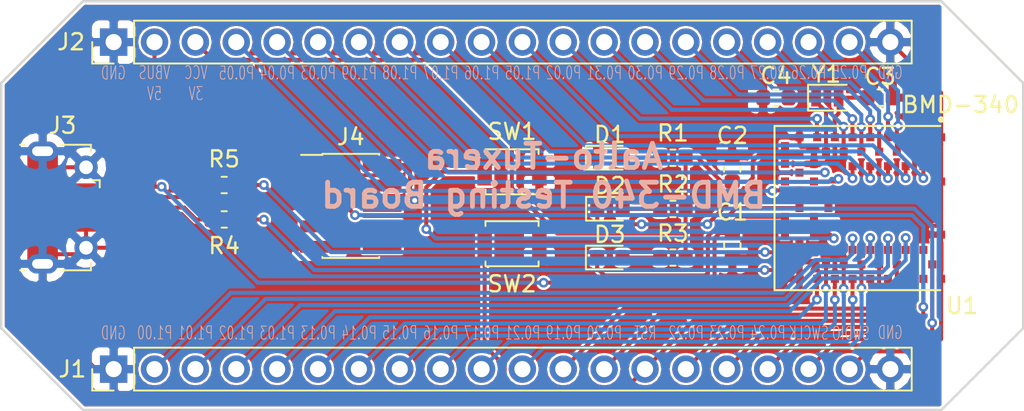
<source format=kicad_pcb>
(kicad_pcb (version 20171130) (host pcbnew 5.0.0-fee4fd1~66~ubuntu18.04.1)
  (title_block (title "Rigado BMD340 Testing Board") (date 2018-08-02) (rev 1))
  (layers (0 F.Cu signal) (31 B.Cu signal) (34 B.Paste user) (35 F.Paste user) (36 B.SilkS user) (37 F.SilkS user) (38 B.Mask user) (39 F.Mask user) (44 Edge.Cuts user))
  (net 0 "")
  (net 1 /VBUS)
  (net 2 GNDREF)
  (net 3 /VCC)
  (net 4 "Net-(D1-Pad2)")
  (net 5 /LED1)
  (net 6 "Net-(D2-Pad2)")
  (net 7 "Net-(D3-Pad2)")
  (net 8 /LED2)
  (net 9 /-)
  (net 10 "Net-(J3-Pad4)")
  (net 11 /+)
  (net 12 "Net-(J4-Pad7)")
  (net 13 /SWDIO)
  (net 14 /D+)
  (net 15 /D-)
  (net 16 /BUTTON1)
  (net 17 /RST)
  (net 18 "Net-(U1-Pad24)")
  (net 19 "Net-(U1-Pad25)")
  (net 20 "Net-(U1-Pad27)")
  (net 21 "Net-(U1-Pad28)")
  (net 22 "Net-(U1-Pad54)")
  (net 23 "Net-(U1-Pad60)")
  (net 24 "Net-(U1-Pad62)")
  (net 25 "Net-(C3-Pad1)")
  (net 26 "Net-(C4-Pad1)")
  (net 27 /P1.03)
  (net 28 /P1.02)
  (net 29 /P1.01)
  (net 30 /P1.00)
  (net 31 /P0.13)
  (net 32 /P0.14)
  (net 33 /P0.15)
  (net 34 /P0.16)
  (net 35 /P0.17)
  (net 36 /P0.21)
  (net 37 /P0.19)
  (net 38 /P0.20)
  (net 39 /P0.22)
  (net 40 /P0.23)
  (net 41 /P0.24)
  (net 42 /P0.25)
  (net 43 /P0.26)
  (net 44 /P0.27)
  (net 45 /P0.28)
  (net 46 /P0.29)
  (net 47 /P0.30)
  (net 48 /P0.31)
  (net 49 /P0.02)
  (net 50 /P1.05)
  (net 51 /P1.06)
  (net 52 /P1.07)
  (net 53 /P1.08)
  (net 54 /P1.09)
  (net 55 /P0.03)
  (net 56 /P0.04)
  (net 57 /P0.05)
  (net 58 /P0.06)
  (net 59 /P1.10)
  (net 60 "Net-(U1-Pad61)")
  (net 61 "Net-(U1-Pad63)")
  (net 62 /SWCLK)
  (net 63 "Net-(J4-Pad6)")
  (net 64 "Net-(J4-Pad8)")
  (net 65 "Net-(J4-Pad10)")
  (module Connector_PinHeader_2.54mm:PinHeader_1x20_P2.54mm_Vertical (layer F.Cu) (at 151.765 83.82 90)
    (fp_text reference J1 (at 0 -2.565 180) (layer F.SilkS))
    (fp_text value Conn_01x20)
    (pad 1 thru_hole rect (at 0 0 90) (size 1.7 1.7) (drill 1) (layers *.Cu *.Mask) (net 2 GNDREF))
    (pad 2 thru_hole oval (at 0 2.54 90) (size 1.7 1.7) (drill 1) (layers *.Cu *.Mask) (net 30 /P1.00))
    (pad 3 thru_hole oval (at 0 5.08 90) (size 1.7 1.7) (drill 1) (layers *.Cu *.Mask) (net 29 /P1.01))
    (pad 4 thru_hole oval (at 0 7.62 90) (size 1.7 1.7) (drill 1) (layers *.Cu *.Mask) (net 28 /P1.02))
    (pad 5 thru_hole oval (at 0 10.16 90) (size 1.7 1.7) (drill 1) (layers *.Cu *.Mask) (net 27 /P1.03))
    (pad 6 thru_hole oval (at 0 12.7 90) (size 1.7 1.7) (drill 1) (layers *.Cu *.Mask) (net 31 /P0.13))
    (pad 7 thru_hole oval (at 0 15.24 90) (size 1.7 1.7) (drill 1) (layers *.Cu *.Mask) (net 32 /P0.14))
    (pad 8 thru_hole oval (at 0 17.78 90) (size 1.7 1.7) (drill 1) (layers *.Cu *.Mask) (net 33 /P0.15))
    (pad 9 thru_hole oval (at 0 20.32 90) (size 1.7 1.7) (drill 1) (layers *.Cu *.Mask) (net 34 /P0.16))
    (pad 10 thru_hole oval (at 0 22.86 90) (size 1.7 1.7) (drill 1) (layers *.Cu *.Mask) (net 35 /P0.17))
    (pad 11 thru_hole oval (at 0 25.4 90) (size 1.7 1.7) (drill 1) (layers *.Cu *.Mask) (net 36 /P0.21))
    (pad 12 thru_hole oval (at 0 27.94 90) (size 1.7 1.7) (drill 1) (layers *.Cu *.Mask) (net 37 /P0.19))
    (pad 13 thru_hole oval (at 0 30.48 90) (size 1.7 1.7) (drill 1) (layers *.Cu *.Mask) (net 38 /P0.20))
    (pad 14 thru_hole oval (at 0 33.02 90) (size 1.7 1.7) (drill 1) (layers *.Cu *.Mask) (net 17 /RST))
    (pad 15 thru_hole oval (at 0 35.56 90) (size 1.7 1.7) (drill 1) (layers *.Cu *.Mask) (net 39 /P0.22))
    (pad 16 thru_hole oval (at 0 38.1 90) (size 1.7 1.7) (drill 1) (layers *.Cu *.Mask) (net 40 /P0.23))
    (pad 17 thru_hole oval (at 0 40.64 90) (size 1.7 1.7) (drill 1) (layers *.Cu *.Mask) (net 41 /P0.24))
    (pad 18 thru_hole oval (at 0 43.18 90) (size 1.7 1.7) (drill 1) (layers *.Cu *.Mask) (net 62 /SWCLK))
    (pad 19 thru_hole oval (at 0 45.72 90) (size 1.7 1.7) (drill 1) (layers *.Cu *.Mask) (net 13 /SWDIO))
    (pad 20 thru_hole oval (at 0 48.26 90) (size 1.7 1.7) (drill 1) (layers *.Cu *.Mask) (net 2 GNDREF))
  )
  (module Capacitor_SMD:C_0603_1608Metric (layer F.Cu) (at 190.21 76.15 90)
    (fp_text reference C1 (at 2.08 0 180) (layer F.SilkS))
    (fp_text value 4,7uF)
    (pad 2 smd roundrect (at 0.7875 0 90) (size 0.875 0.95) (layers F.Cu F.Paste F.Mask) (net 1 /VBUS))
    (pad 1 smd roundrect (at -0.7875 0 90) (size 0.875 0.95) (layers F.Cu F.Paste F.Mask) (net 2 GNDREF))
  )
  (module Capacitor_SMD:C_0603_1608Metric (layer F.Cu) (at 190.2 71.3875 90)
    (fp_text reference C2 (at 2.0775 0.01 180) (layer F.SilkS))
    (fp_text value 4.7uF)
    (pad 1 smd roundrect (at -0.7875 0 90) (size 0.875 0.95) (layers F.Cu F.Paste F.Mask) (net 3 /VCC))
    (pad 2 smd roundrect (at 0.7875 0 90) (size 0.875 0.95) (layers F.Cu F.Paste F.Mask) (net 2 GNDREF))
  )
  (module LED_SMD:LED_0603_1608Metric (layer F.Cu) (at 182.596 70.682)
    (fp_text reference D1 (at 0 -1.43) (layer F.SilkS))
    (fp_text value LED)
    (pad 1 smd roundrect (at -0.7875 0) (size 0.875 0.95) (layers F.Cu F.Paste F.Mask) (net 2 GNDREF))
    (pad 2 smd roundrect (at 0.7875 0) (size 0.875 0.95) (layers F.Cu F.Paste F.Mask) (net 4 "Net-(D1-Pad2)"))
  )
  (module LED_SMD:LED_0603_1608Metric (layer F.Cu) (at 182.606 73.857)
    (fp_text reference D2 (at 0 -1.43) (layer F.SilkS))
    (fp_text value LED)
    (pad 1 smd roundrect (at -0.7875 0) (size 0.875 0.95) (layers F.Cu F.Paste F.Mask) (net 5 /LED1))
    (pad 2 smd roundrect (at 0.7875 0) (size 0.875 0.95) (layers F.Cu F.Paste F.Mask) (net 6 "Net-(D2-Pad2)"))
  )
  (module LED_SMD:LED_0603_1608Metric (layer F.Cu) (at 182.596 76.887)
    (fp_text reference D3 (at 0 -1.43) (layer F.SilkS))
    (fp_text value LED)
    (pad 2 smd roundrect (at 0.7875 0) (size 0.875 0.95) (layers F.Cu F.Paste F.Mask) (net 7 "Net-(D3-Pad2)"))
    (pad 1 smd roundrect (at -0.7875 0) (size 0.875 0.95) (layers F.Cu F.Paste F.Mask) (net 8 /LED2))
  )
  (module Connector_USB:USB_Micro-B_Molex-105017-0001 (layer F.Cu) (at 148.59 73.78 270)
    (fp_text reference J3 (at -5.1 0) (layer F.SilkS))
    (fp_text value USB_B_Micro)
    (pad 6 smd rect (at 1 1.2375 270) (size 1.5 1.9) (layers F.Cu F.Paste F.Mask) (net 2 GNDREF))
    (pad 6 thru_hole circle (at -2.5 -1.4625 270) (size 1.45 1.45) (drill 0.85) (layers *.Cu *.Mask) (net 2 GNDREF))
    (pad 2 smd rect (at -0.65 -1.4625 270) (size 0.4 1.35) (layers F.Cu F.Paste F.Mask) (net 9 /-))
    (pad 1 smd rect (at -1.3 -1.4625 270) (size 0.4 1.35) (layers F.Cu F.Paste F.Mask) (net 1 /VBUS))
    (pad 5 smd rect (at 1.3 -1.4625 270) (size 0.4 1.35) (layers F.Cu F.Paste F.Mask) (net 2 GNDREF))
    (pad 4 smd rect (at 0.65 -1.4625 270) (size 0.4 1.35) (layers F.Cu F.Paste F.Mask) (net 10 "Net-(J3-Pad4)"))
    (pad 3 smd rect (at 0 -1.4625 270) (size 0.4 1.35) (layers F.Cu F.Paste F.Mask) (net 11 /+))
    (pad 6 thru_hole circle (at 2.5 -1.4625 270) (size 1.45 1.45) (drill 0.85) (layers *.Cu *.Mask) (net 2 GNDREF))
    (pad 6 smd rect (at -1 1.2375 270) (size 1.5 1.9) (layers F.Cu F.Paste F.Mask) (net 2 GNDREF))
    (pad 6 thru_hole oval (at -3.5 1.2375 90) (size 1.2 1.9) (drill oval 0.6 1.3) (layers *.Cu *.Mask) (net 2 GNDREF))
    (pad 6 thru_hole oval (at 3.5 1.2375 270) (size 1.2 1.9) (drill oval 0.6 1.3) (layers *.Cu *.Mask) (net 2 GNDREF))
    (pad 6 smd rect (at 2.9 1.2375 270) (size 1.2 1.9) (layers F.Cu F.Mask) (net 2 GNDREF))
    (pad 6 smd rect (at -2.9 1.2375 270) (size 1.2 1.9) (layers F.Cu F.Mask) (net 2 GNDREF))
  )
  (module Resistor_SMD:R_0603_1608Metric (layer F.Cu) (at 186.516 70.687 180)
    (fp_text reference R1 (at 0 1.529 180) (layer F.SilkS))
    (fp_text value 1k)
    (pad 1 smd roundrect (at -0.7875 0 180) (size 0.875 0.95) (layers F.Cu F.Paste F.Mask) (net 3 /VCC))
    (pad 2 smd roundrect (at 0.7875 0 180) (size 0.875 0.95) (layers F.Cu F.Paste F.Mask) (net 4 "Net-(D1-Pad2)"))
  )
  (module Resistor_SMD:R_0603_1608Metric (layer F.Cu) (at 186.516 73.867 180)
    (fp_text reference R2 (at -0.017 1.534 180) (layer F.SilkS))
    (fp_text value 1k)
    (pad 2 smd roundrect (at 0.7875 0 180) (size 0.875 0.95) (layers F.Cu F.Paste F.Mask) (net 6 "Net-(D2-Pad2)"))
    (pad 1 smd roundrect (at -0.7875 0 180) (size 0.875 0.95) (layers F.Cu F.Paste F.Mask) (net 3 /VCC))
  )
  (module Resistor_SMD:R_0603_1608Metric (layer F.Cu) (at 186.516 76.887 180)
    (fp_text reference R3 (at 0 1.506 180) (layer F.SilkS))
    (fp_text value 1k)
    (pad 1 smd roundrect (at -0.7875 0 180) (size 0.875 0.95) (layers F.Cu F.Paste F.Mask) (net 3 /VCC))
    (pad 2 smd roundrect (at 0.7875 0 180) (size 0.875 0.95) (layers F.Cu F.Paste F.Mask) (net 7 "Net-(D3-Pad2)"))
  )
  (module Resistor_SMD:R_0603_1608Metric (layer F.Cu) (at 158.6375 74.52 180)
    (fp_text reference R4 (at 0 -1.64 180) (layer F.SilkS))
    (fp_text value 27)
    (pad 2 smd roundrect (at 0.7875 0 180) (size 0.875 0.95) (layers F.Cu F.Paste F.Mask) (net 11 /+))
    (pad 1 smd roundrect (at -0.7875 0 180) (size 0.875 0.95) (layers F.Cu F.Paste F.Mask) (net 14 /D+))
  )
  (module Resistor_SMD:R_0603_1608Metric (layer F.Cu) (at 158.6375 72.38 180)
    (fp_text reference R5 (at 0.0075 1.61 180) (layer F.SilkS))
    (fp_text value 27)
    (pad 1 smd roundrect (at -0.7875 0 180) (size 0.875 0.95) (layers F.Cu F.Paste F.Mask) (net 15 /D-))
    (pad 2 smd roundrect (at 0.7875 0 180) (size 0.875 0.95) (layers F.Cu F.Paste F.Mask) (net 9 /-))
  )
  (module Button_Switch_SMD:SW_SPST_B3U-1000P (layer F.Cu) (at 176.52 71.56)
    (fp_text reference SW1 (at 0 -2.5) (layer F.SilkS))
    (fp_text value SW_Push)
    (pad 1 smd rect (at -1.7 0) (size 0.9 1.7) (layers F.Cu F.Paste F.Mask) (net 16 /BUTTON1))
    (pad 2 smd rect (at 1.7 0) (size 0.9 1.7) (layers F.Cu F.Paste F.Mask) (net 2 GNDREF))
  )
  (module Button_Switch_SMD:SW_SPST_B3U-1000P (layer F.Cu) (at 176.52 76.03 180)
    (fp_text reference SW2 (at 0 -2.5 180) (layer F.SilkS))
    (fp_text value SW_Push)
    (pad 2 smd rect (at 1.7 0 180) (size 0.9 1.7) (layers F.Cu F.Paste F.Mask) (net 17 /RST))
    (pad 1 smd rect (at -1.7 0 180) (size 0.9 1.7) (layers F.Cu F.Paste F.Mask) (net 2 GNDREF))
  )
  (module BMD-340-A-R:RIGADO_BMD-340-A-R (layer F.Cu) (at 200.3298 73.8124 180)
    (fp_text reference U1 (at -4.1502 -6.0676 180) (layer F.SilkS))
    (fp_text value BMD-340 (at -4.0702 6.4224 180) (layer F.SilkS))
    (pad 1 smd rect (at -2.85 4.4 180) (size 0.5 0.5) (layers F.Cu F.Paste F.Mask) (net 2 GNDREF))
    (pad 2 smd rect (at -2.3 3.5 180) (size 0.5 0.5) (layers F.Cu F.Paste F.Mask) (net 2 GNDREF))
    (pad 3 smd rect (at -1.75 4.4 180) (size 0.5 0.5) (layers F.Cu F.Paste F.Mask) (net 2 GNDREF))
    (pad 4 smd rect (at -1.2 3.5 180) (size 0.5 0.5) (layers F.Cu F.Paste F.Mask) (net 2 GNDREF))
    (pad 5 smd rect (at -0.65 4.4 180) (size 0.5 0.5) (layers F.Cu F.Paste F.Mask) (net 2 GNDREF))
    (pad 6 smd rect (at -0.1 3.5 180) (size 0.5 0.5) (layers F.Cu F.Paste F.Mask) (net 42 /P0.25))
    (pad 7 smd rect (at 0.45 4.4 180) (size 0.5 0.5) (layers F.Cu F.Paste F.Mask) (net 43 /P0.26))
    (pad 8 smd rect (at 1 3.5 180) (size 0.5 0.5) (layers F.Cu F.Paste F.Mask) (net 44 /P0.27))
    (pad 9 smd rect (at 1.55 4.4 180) (size 0.5 0.5) (layers F.Cu F.Paste F.Mask) (net 45 /P0.28))
    (pad 10 smd rect (at 2.1 3.5 180) (size 0.5 0.5) (layers F.Cu F.Paste F.Mask) (net 46 /P0.29))
    (pad 11 smd rect (at 2.65 4.4 180) (size 0.5 0.5) (layers F.Cu F.Paste F.Mask) (net 47 /P0.30))
    (pad 12 smd rect (at 3.2 3.5 180) (size 0.5 0.5) (layers F.Cu F.Paste F.Mask) (net 48 /P0.31))
    (pad 13 smd rect (at 3.75 4.4 180) (size 0.5 0.5) (layers F.Cu F.Paste F.Mask) (net 25 "Net-(C3-Pad1)"))
    (pad 14 smd rect (at 4.3 3.5 180) (size 0.5 0.5) (layers F.Cu F.Paste F.Mask) (net 26 "Net-(C4-Pad1)"))
    (pad 15 smd rect (at 4.85 4.4 180) (size 0.5 0.5) (layers F.Cu F.Paste F.Mask) (net 49 /P0.02))
    (pad 16 smd rect (at 5.95 4.4 180) (size 0.5 0.5) (layers F.Cu F.Paste F.Mask) (net 2 GNDREF))
    (pad 17 smd rect (at 5.95 3.3 180) (size 0.5 0.5) (layers F.Cu F.Paste F.Mask) (net 3 /VCC))
    (pad 18 smd rect (at 5.05 2.75 180) (size 0.5 0.5) (layers F.Cu F.Paste F.Mask) (net 2 GNDREF))
    (pad 19 smd rect (at 5.95 2.2 180) (size 0.5 0.5) (layers F.Cu F.Paste F.Mask) (net 55 /P0.03))
    (pad 20 smd rect (at 5.05 1.65 180) (size 0.5 0.5) (layers F.Cu F.Paste F.Mask) (net 56 /P0.04))
    (pad 21 smd rect (at 5.95 1.1 180) (size 0.5 0.5) (layers F.Cu F.Paste F.Mask) (net 57 /P0.05))
    (pad 22 smd rect (at 5.05 0.55 180) (size 0.5 0.5) (layers F.Cu F.Paste F.Mask) (net 58 /P0.06))
    (pad 23 smd rect (at 5.95 0 180) (size 0.5 0.5) (layers F.Cu F.Paste F.Mask) (net 8 /LED2))
    (pad 24 smd rect (at 5.05 -0.55 180) (size 0.5 0.5) (layers F.Cu F.Paste F.Mask) (net 18 "Net-(U1-Pad24)"))
    (pad 25 smd rect (at 5.95 -1.1 180) (size 0.5 0.5) (layers F.Cu F.Paste F.Mask) (net 19 "Net-(U1-Pad25)"))
    (pad 26 smd rect (at 5.05 -1.65 180) (size 0.5 0.5) (layers F.Cu F.Paste F.Mask) (net 16 /BUTTON1))
    (pad 27 smd rect (at 5.95 -2.2 180) (size 0.5 0.5) (layers F.Cu F.Paste F.Mask) (net 20 "Net-(U1-Pad27)"))
    (pad 28 smd rect (at 5.05 -2.75 180) (size 0.5 0.5) (layers F.Cu F.Paste F.Mask) (net 21 "Net-(U1-Pad28)"))
    (pad 29 smd rect (at 5.95 -3.3 180) (size 0.5 0.5) (layers F.Cu F.Paste F.Mask) (net 2 GNDREF))
    (pad 30 smd rect (at 5.95 -4.4 180) (size 0.5 0.5) (layers F.Cu F.Paste F.Mask) (net 2 GNDREF))
    (pad 31 smd rect (at 4.85 -4.4 180) (size 0.5 0.5) (layers F.Cu F.Paste F.Mask) (net 31 /P0.13))
    (pad 32 smd rect (at 4.3 -3.5 180) (size 0.5 0.5) (layers F.Cu F.Paste F.Mask) (net 32 /P0.14))
    (pad 33 smd rect (at 3.75 -4.4 180) (size 0.5 0.5) (layers F.Cu F.Paste F.Mask) (net 33 /P0.15))
    (pad 34 smd rect (at 3.2 -3.5 180) (size 0.5 0.5) (layers F.Cu F.Paste F.Mask) (net 34 /P0.16))
    (pad 35 smd rect (at 2.65 -4.4 180) (size 0.5 0.5) (layers F.Cu F.Paste F.Mask) (net 35 /P0.17))
    (pad 36 smd rect (at 2.1 -3.5 180) (size 0.5 0.5) (layers F.Cu F.Paste F.Mask) (net 36 /P0.21))
    (pad 37 smd rect (at 1.55 -4.4 180) (size 0.5 0.5) (layers F.Cu F.Paste F.Mask) (net 37 /P0.19))
    (pad 38 smd rect (at 1 -3.5 180) (size 0.5 0.5) (layers F.Cu F.Paste F.Mask) (net 38 /P0.20))
    (pad 39 smd rect (at 0.45 -4.4 180) (size 0.5 0.5) (layers F.Cu F.Paste F.Mask) (net 17 /RST))
    (pad 40 smd rect (at -0.1 -3.5 180) (size 0.5 0.5) (layers F.Cu F.Paste F.Mask) (net 39 /P0.22))
    (pad 41 smd rect (at -0.65 -4.4 180) (size 0.5 0.5) (layers F.Cu F.Paste F.Mask) (net 40 /P0.23))
    (pad 42 smd rect (at -1.2 -3.5 180) (size 0.5 0.5) (layers F.Cu F.Paste F.Mask) (net 41 /P0.24))
    (pad 43 smd rect (at -1.75 -4.4 180) (size 0.5 0.5) (layers F.Cu F.Paste F.Mask) (net 62 /SWCLK))
    (pad 44 smd rect (at -2.3 -3.5 180) (size 0.5 0.5) (layers F.Cu F.Paste F.Mask) (net 13 /SWDIO))
    (pad 45 smd rect (at -2.85 -4.4 180) (size 0.5 0.5) (layers F.Cu F.Paste F.Mask) (net 2 GNDREF))
    (pad 46 smd rect (at -2.85 -1.65 180) (size 0.5 0.5) (layers F.Cu F.Paste F.Mask) (net 2 GNDREF))
    (pad 47 smd rect (at -2.85 1.65 180) (size 0.5 0.5) (layers F.Cu F.Paste F.Mask) (net 2 GNDREF))
    (pad 48 smd rect (at -1.75 2.6 180) (size 0.5 0.5) (layers F.Cu F.Paste F.Mask) (net 50 /P1.05))
    (pad 49 smd rect (at -0.65 2.6 180) (size 0.5 0.5) (layers F.Cu F.Paste F.Mask) (net 51 /P1.06))
    (pad 50 smd rect (at 0.45 2.6 180) (size 0.5 0.5) (layers F.Cu F.Paste F.Mask) (net 52 /P1.07))
    (pad 51 smd rect (at 1.55 2.6 180) (size 0.5 0.5) (layers F.Cu F.Paste F.Mask) (net 53 /P1.08))
    (pad 52 smd rect (at 2.65 2.6 180) (size 0.5 0.5) (layers F.Cu F.Paste F.Mask) (net 54 /P1.09))
    (pad 53 smd rect (at 4.15 1.1 180) (size 0.5 0.5) (layers F.Cu F.Paste F.Mask) (net 59 /P1.10))
    (pad 54 smd rect (at 4.15 0 180) (size 0.5 0.5) (layers F.Cu F.Paste F.Mask) (net 22 "Net-(U1-Pad54)"))
    (pad 55 smd rect (at 4.15 -1.1 180) (size 0.5 0.5) (layers F.Cu F.Paste F.Mask) (net 2 GNDREF))
    (pad 56 smd rect (at 2.65 -2.6 180) (size 0.5 0.5) (layers F.Cu F.Paste F.Mask) (net 30 /P1.00))
    (pad 57 smd rect (at 1.55 -2.6 180) (size 0.5 0.5) (layers F.Cu F.Paste F.Mask) (net 29 /P1.01))
    (pad 58 smd rect (at 0.45 -2.6 180) (size 0.5 0.5) (layers F.Cu F.Paste F.Mask) (net 28 /P1.02))
    (pad 59 smd rect (at -0.65 -2.6 180) (size 0.5 0.5) (layers F.Cu F.Paste F.Mask) (net 27 /P1.03))
    (pad 60 smd rect (at -1.75 -2.6 180) (size 0.5 0.5) (layers F.Cu F.Paste F.Mask) (net 23 "Net-(U1-Pad60)"))
    (pad 61 smd rect (at 6.85 3.85 180) (size 0.5 0.5) (layers F.Cu F.Paste F.Mask) (net 60 "Net-(U1-Pad61)"))
    (pad 62 smd rect (at 6.85 2.75 180) (size 0.5 0.5) (layers F.Cu F.Paste F.Mask) (net 24 "Net-(U1-Pad62)"))
    (pad 63 smd rect (at 6.85 1.65 180) (size 0.5 0.5) (layers F.Cu F.Paste F.Mask) (net 61 "Net-(U1-Pad63)"))
    (pad 64 smd rect (at 6.85 0.55 180) (size 0.5 0.5) (layers F.Cu F.Paste F.Mask) (net 5 /LED1))
    (pad 65 smd rect (at 6.85 -0.55 180) (size 0.5 0.5) (layers F.Cu F.Paste F.Mask) (net 1 /VBUS))
    (pad 66 smd rect (at 6.85 -1.65 180) (size 0.5 0.5) (layers F.Cu F.Paste F.Mask) (net 1 /VBUS))
    (pad 67 smd rect (at 6.85 -2.75 180) (size 0.5 0.5) (layers F.Cu F.Paste F.Mask) (net 15 /D-))
    (pad 68 smd rect (at 6.85 -3.85 180) (size 0.5 0.5) (layers F.Cu F.Paste F.Mask) (net 14 /D+))
  )
  (module Connector_PinHeader_1.27mm:PinHeader_2x05_P1.27mm_Vertical_SMD (layer F.Cu) (at 166.5 73.68)
    (fp_text reference J4 (at 0 -4.29) (layer F.SilkS))
    (fp_text value Conn_02x05_Odd_Even)
    (pad 1 smd rect (at -1.95 -2.54) (size 2.4 0.74) (layers F.Cu F.Paste F.Mask) (net 3 /VCC))
    (pad 2 smd rect (at 1.95 -2.54) (size 2.4 0.74) (layers F.Cu F.Paste F.Mask) (net 13 /SWDIO))
    (pad 3 smd rect (at -1.95 -1.27) (size 2.4 0.74) (layers F.Cu F.Paste F.Mask) (net 2 GNDREF))
    (pad 4 smd rect (at 1.95 -1.27) (size 2.4 0.74) (layers F.Cu F.Paste F.Mask) (net 62 /SWCLK))
    (pad 5 smd rect (at -1.95 0) (size 2.4 0.74) (layers F.Cu F.Paste F.Mask) (net 2 GNDREF))
    (pad 6 smd rect (at 1.95 0) (size 2.4 0.74) (layers F.Cu F.Paste F.Mask) (net 63 "Net-(J4-Pad6)"))
    (pad 7 smd rect (at -1.95 1.27) (size 2.4 0.74) (layers F.Cu F.Paste F.Mask) (net 12 "Net-(J4-Pad7)"))
    (pad 8 smd rect (at 1.95 1.27) (size 2.4 0.74) (layers F.Cu F.Paste F.Mask) (net 64 "Net-(J4-Pad8)"))
    (pad 9 smd rect (at -1.95 2.54) (size 2.4 0.74) (layers F.Cu F.Paste F.Mask) (net 2 GNDREF))
    (pad 10 smd rect (at 1.95 2.54) (size 2.4 0.74) (layers F.Cu F.Paste F.Mask) (net 65 "Net-(J4-Pad10)"))
  )
  (module Connector_PinHeader_2.54mm:PinHeader_1x20_P2.54mm_Vertical (layer F.Cu) (at 151.765 63.5 90)
    (fp_text reference J2 (at 0.01 -2.645 180) (layer F.SilkS))
    (fp_text value Conn_01x20)
    (pad 20 thru_hole oval (at 0 48.26 90) (size 1.7 1.7) (drill 1) (layers *.Cu *.Mask) (net 2 GNDREF))
    (pad 19 thru_hole oval (at 0 45.72 90) (size 1.7 1.7) (drill 1) (layers *.Cu *.Mask) (net 42 /P0.25))
    (pad 18 thru_hole oval (at 0 43.18 90) (size 1.7 1.7) (drill 1) (layers *.Cu *.Mask) (net 43 /P0.26))
    (pad 17 thru_hole oval (at 0 40.64 90) (size 1.7 1.7) (drill 1) (layers *.Cu *.Mask) (net 44 /P0.27))
    (pad 16 thru_hole oval (at 0 38.1 90) (size 1.7 1.7) (drill 1) (layers *.Cu *.Mask) (net 45 /P0.28))
    (pad 15 thru_hole oval (at 0 35.56 90) (size 1.7 1.7) (drill 1) (layers *.Cu *.Mask) (net 46 /P0.29))
    (pad 14 thru_hole oval (at 0 33.02 90) (size 1.7 1.7) (drill 1) (layers *.Cu *.Mask) (net 47 /P0.30))
    (pad 13 thru_hole oval (at 0 30.48 90) (size 1.7 1.7) (drill 1) (layers *.Cu *.Mask) (net 48 /P0.31))
    (pad 12 thru_hole oval (at 0 27.94 90) (size 1.7 1.7) (drill 1) (layers *.Cu *.Mask) (net 49 /P0.02))
    (pad 11 thru_hole oval (at 0 25.4 90) (size 1.7 1.7) (drill 1) (layers *.Cu *.Mask) (net 50 /P1.05))
    (pad 10 thru_hole oval (at 0 22.86 90) (size 1.7 1.7) (drill 1) (layers *.Cu *.Mask) (net 51 /P1.06))
    (pad 9 thru_hole oval (at 0 20.32 90) (size 1.7 1.7) (drill 1) (layers *.Cu *.Mask) (net 52 /P1.07))
    (pad 8 thru_hole oval (at 0 17.78 90) (size 1.7 1.7) (drill 1) (layers *.Cu *.Mask) (net 53 /P1.08))
    (pad 7 thru_hole oval (at 0 15.24 90) (size 1.7 1.7) (drill 1) (layers *.Cu *.Mask) (net 54 /P1.09))
    (pad 6 thru_hole oval (at 0 12.7 90) (size 1.7 1.7) (drill 1) (layers *.Cu *.Mask) (net 55 /P0.03))
    (pad 5 thru_hole oval (at 0 10.16 90) (size 1.7 1.7) (drill 1) (layers *.Cu *.Mask) (net 56 /P0.04))
    (pad 4 thru_hole oval (at 0 7.62 90) (size 1.7 1.7) (drill 1) (layers *.Cu *.Mask) (net 57 /P0.05))
    (pad 3 thru_hole oval (at 0 5.08 90) (size 1.7 1.7) (drill 1) (layers *.Cu *.Mask) (net 3 /VCC))
    (pad 2 thru_hole oval (at 0 2.54 90) (size 1.7 1.7) (drill 1) (layers *.Cu *.Mask) (net 1 /VBUS))
    (pad 1 thru_hole rect (at 0 0 90) (size 1.7 1.7) (drill 1) (layers *.Cu *.Mask) (net 2 GNDREF))
  )
  (module Capacitor_SMD:C_0603_1608Metric (layer F.Cu) (at 199.3901 66.9544)
    (fp_text reference C3 (at -0.0001 -1.3144) (layer F.SilkS))
    (fp_text value 9pF)
    (pad 2 smd roundrect (at 0.7875 0) (size 0.875 0.95) (layers F.Cu F.Paste F.Mask) (net 2 GNDREF))
    (pad 1 smd roundrect (at -0.7875 0) (size 0.875 0.95) (layers F.Cu F.Paste F.Mask) (net 25 "Net-(C3-Pad1)"))
  )
  (module Capacitor_SMD:C_0603_1608Metric (layer F.Cu) (at 192.913 66.9544 180)
    (fp_text reference C4 (at -0.007 1.3644 180) (layer F.SilkS))
    (fp_text value 9pF)
    (pad 1 smd roundrect (at -0.7875 0 180) (size 0.875 0.95) (layers F.Cu F.Paste F.Mask) (net 26 "Net-(C4-Pad1)"))
    (pad 2 smd roundrect (at 0.7875 0 180) (size 0.875 0.95) (layers F.Cu F.Paste F.Mask) (net 2 GNDREF))
  )
  (module Crystal:Crystal_SMD_TXC_9HT11-2Pin_2.0x1.2mm (layer F.Cu) (at 196.1134 66.9544)
    (fp_text reference Y1 (at -0.0634 -1.4544) (layer F.SilkS))
    (fp_text value Crystal)
    (pad 1 smd rect (at -0.7 0) (size 0.6 1.1) (layers F.Cu F.Paste F.Mask) (net 26 "Net-(C4-Pad1)"))
    (pad 2 smd rect (at 0.7 0) (size 0.6 1.1) (layers F.Cu F.Paste F.Mask) (net 25 "Net-(C3-Pad1)"))
  )
  (gr_text "Aalto-Tuxera\nBMD-340 Testing Board" (at 178.49 71.82) (layer B.SilkS) (effects (font (size 1.5 1.5) (thickness 0.3)) (justify mirror)))
  (gr_text GND (at 200.017562 81.544937) (layer B.SilkS) (effects (font (size 0.8128 0.508) (thickness 0.0508)) (justify mirror)))
  (gr_text P1.00 (at 154.32 81.564937) (layer B.SilkS) (effects (font (size 0.8128 0.508) (thickness 0.0508)) (justify mirror)))
  (gr_text P0.17 (at 174.637562 81.574937) (layer B.SilkS) (effects (font (size 0.8128 0.508) (thickness 0.0508)) (justify mirror)))
  (gr_text P1.03 (at 161.937562 81.584937) (layer B.SilkS) (effects (font (size 0.8128 0.508) (thickness 0.0508)) (justify mirror)))
  (gr_text P0.21 (at 177.177562 81.574937) (layer B.SilkS) (effects (font (size 0.8128 0.508) (thickness 0.0508)) (justify mirror)))
  (gr_text P0.22 (at 187.337562 81.574937) (layer B.SilkS) (effects (font (size 0.8128 0.508) (thickness 0.0508)) (justify mirror)))
  (gr_text P1.01 (at 156.85 81.57) (layer B.SilkS) (effects (font (size 0.8128 0.508) (thickness 0.0508)) (justify mirror)))
  (gr_text P0.20 (at 182.257562 81.574937) (layer B.SilkS) (effects (font (size 0.8128 0.508) (thickness 0.0508)) (justify mirror)))
  (gr_text P0.23 (at 189.877562 81.564937) (layer B.SilkS) (effects (font (size 0.8128 0.508) (thickness 0.0508)) (justify mirror)))
  (gr_text P0.15 (at 169.547562 81.564937) (layer B.SilkS) (effects (font (size 0.8128 0.508) (thickness 0.0508)) (justify mirror)))
  (gr_text P1.02 (at 159.397562 81.584937) (layer B.SilkS) (effects (font (size 0.8128 0.508) (thickness 0.0508)) (justify mirror)))
  (gr_text P0.16 (at 172.097562 81.574937) (layer B.SilkS) (effects (font (size 0.8128 0.508) (thickness 0.0508)) (justify mirror)))
  (gr_text P0.13 (at 164.477562 81.574937) (layer B.SilkS) (effects (font (size 0.8128 0.508) (thickness 0.0508)) (justify mirror)))
  (gr_text RST (at 184.797562 81.574937) (layer B.SilkS) (effects (font (size 0.8128 0.508) (thickness 0.0508)) (justify mirror)))
  (gr_text P0.14 (at 167.017562 81.584937) (layer B.SilkS) (effects (font (size 0.8128 0.508) (thickness 0.0508)) (justify mirror)))
  (gr_text SWCLK (at 194.95 81.575) (layer B.SilkS) (effects (font (size 0.8128 0.508) (thickness 0.0508)) (justify mirror)))
  (gr_text SWDIO (at 197.575 81.6) (layer B.SilkS) (effects (font (size 0.8128 0.508) (thickness 0.0508)) (justify mirror)))
  (gr_text P0.24 (at 192.417562 81.564937) (layer B.SilkS) (effects (font (size 0.8128 0.508) (thickness 0.0508)) (justify mirror)))
  (gr_text P0.19 (at 179.717562 81.564937) (layer B.SilkS) (effects (font (size 0.8128 0.508) (thickness 0.0508)) (justify mirror)))
  (gr_text GND (at 151.747562 81.574937) (layer B.SilkS) (effects (font (size 0.8128 0.508) (thickness 0.0508)) (justify mirror)))
  (gr_text GND (at 151.75 65.42) (layer B.SilkS) (effects (font (size 0.8128 0.508) (thickness 0.0508)) (justify mirror)))
  (gr_text "VBUS\n5V" (at 154.3 66.05) (layer B.SilkS) (effects (font (size 0.8128 0.508) (thickness 0.0508)) (justify mirror)))
  (gr_text "VCC\n3V" (at 156.88 66.05) (layer B.SilkS) (effects (font (size 0.8128 0.508) (thickness 0.0508)) (justify mirror)))
  (gr_text P0.05 (at 159.4 65.43) (layer B.SilkS) (effects (font (size 0.8128 0.508) (thickness 0.0508)) (justify mirror)))
  (gr_text P0.04 (at 161.94 65.43) (layer B.SilkS) (effects (font (size 0.8128 0.508) (thickness 0.0508)) (justify mirror)))
  (gr_text P0.03 (at 164.48 65.42) (layer B.SilkS) (effects (font (size 0.8128 0.508) (thickness 0.0508)) (justify mirror)))
  (gr_text P1.09 (at 167.02 65.43) (layer B.SilkS) (effects (font (size 0.8128 0.508) (thickness 0.0508)) (justify mirror)))
  (gr_text P1.08 (at 169.55 65.41) (layer B.SilkS) (effects (font (size 0.8128 0.508) (thickness 0.0508)) (justify mirror)))
  (gr_text P1.07 (at 172.1 65.42) (layer B.SilkS) (effects (font (size 0.8128 0.508) (thickness 0.0508)) (justify mirror)))
  (gr_text P1.06 (at 174.64 65.42) (layer B.SilkS) (effects (font (size 0.8128 0.508) (thickness 0.0508)) (justify mirror)))
  (gr_text P1.05 (at 177.18 65.42) (layer B.SilkS) (effects (font (size 0.8128 0.508) (thickness 0.0508)) (justify mirror)))
  (gr_text P0.02 (at 179.72 65.41) (layer B.SilkS) (effects (font (size 0.8128 0.508) (thickness 0.0508)) (justify mirror)))
  (gr_text P0.31 (at 182.26 65.42) (layer B.SilkS) (effects (font (size 0.8128 0.508) (thickness 0.0508)) (justify mirror)))
  (gr_text P0.30 (at 184.8 65.42) (layer B.SilkS) (effects (font (size 0.8128 0.508) (thickness 0.0508)) (justify mirror)))
  (gr_text P0.29 (at 187.34 65.42) (layer B.SilkS) (effects (font (size 0.8128 0.508) (thickness 0.0508)) (justify mirror)))
  (gr_text P0.28 (at 189.88 65.41) (layer B.SilkS) (effects (font (size 0.8128 0.508) (thickness 0.0508)) (justify mirror)))
  (gr_text P0.27 (at 192.42 65.41) (layer B.SilkS) (effects (font (size 0.8128 0.508) (thickness 0.0508)) (justify mirror)))
  (gr_text P0.25 (at 197.5 65.39) (layer B.SilkS) (effects (font (size 0.8128 0.508) (thickness 0.0508)) (justify mirror)))
  (gr_text P0.26 (at 194.95 65.4) (layer B.SilkS) (effects (font (size 0.8128 0.508) (thickness 0.0508)) (justify mirror)))
  (gr_text GND (at 200.02 65.39) (layer B.SilkS) (effects (font (size 0.8128 0.508) (thickness 0.0508)) (justify mirror)))
  (gr_line (start 144.78 66.04) (end 144.78 81.28) (layer Edge.Cuts) (width 0.15))
  (gr_line (start 203.2 60.96) (end 149.86 60.96) (layer Edge.Cuts) (width 0.15))
  (gr_line (start 208.28 66.04) (end 208.28 81.28) (layer Edge.Cuts) (width 0.15))
  (gr_line (start 203.2 60.96) (end 208.28 66.04) (layer Edge.Cuts) (width 0.15))
  (gr_line (start 203.2 86.36) (end 208.28 81.28) (layer Edge.Cuts) (width 0.15))
  (gr_line (start 149.86 86.36) (end 203.2 86.36) (layer Edge.Cuts) (width 0.15))
  (gr_line (start 149.86 86.36) (end 144.78 81.28) (layer Edge.Cuts) (width 0.15))
  (gr_line (start 149.86 60.96) (end 144.78 66.04) (layer Edge.Cuts) (width 0.15))
  (segment (start 190.3099 75.4624) (end 190.21 75.3625) (width 0.25) (layer F.Cu) (net 1))
  (segment (start 193.4798 74.3624) (end 193.4798 75.4624) (width 0.25) (layer F.Cu) (net 1))
  (via (at 178.48 78.45) (size 0.6) (drill 0.3) (layers F.Cu B.Cu) (net 1))
  (via (at 154.75 72.49) (size 0.6) (drill 0.3) (layers F.Cu B.Cu) (net 1))
  (segment (start 178.48 78.45) (end 160.71 78.45) (width 0.25) (layer B.Cu) (net 1))
  (segment (start 160.71 78.45) (end 154.75 72.49) (width 0.25) (layer B.Cu) (net 1))
  (segment (start 150.0625 72.49) (end 150.0525 72.48) (width 0.25) (layer F.Cu) (net 1))
  (segment (start 154.305 72.435) (end 154.305 63.5) (width 0.25) (layer F.Cu) (net 1))
  (segment (start 154.25 72.49) (end 154.305 72.435) (width 0.25) (layer F.Cu) (net 1))
  (segment (start 154.25 72.49) (end 150.0625 72.49) (width 0.25) (layer F.Cu) (net 1))
  (segment (start 154.75 72.49) (end 154.25 72.49) (width 0.25) (layer F.Cu) (net 1))
  (segment (start 188.64 78.45) (end 178.48 78.45) (width 0.25) (layer F.Cu) (net 1))
  (segment (start 189.103 75.692) (end 189.103 77.987) (width 0.25) (layer F.Cu) (net 1))
  (segment (start 190.21 75.3625) (end 189.4325 75.3625) (width 0.25) (layer F.Cu) (net 1))
  (segment (start 189.103 77.987) (end 188.64 78.45) (width 0.25) (layer F.Cu) (net 1))
  (segment (start 189.4325 75.3625) (end 189.103 75.692) (width 0.25) (layer F.Cu) (net 1))
  (segment (start 190.21 74.75) (end 190.21 75.3625) (width 0.25) (layer F.Cu) (net 1))
  (segment (start 192.9774 74.36) (end 190.6 74.36) (width 0.25) (layer F.Cu) (net 1))
  (segment (start 190.6 74.36) (end 190.21 74.75) (width 0.25) (layer F.Cu) (net 1))
  (segment (start 193.4798 74.3624) (end 192.9798 74.3624) (width 0.25) (layer F.Cu) (net 1))
  (segment (start 192.9798 74.3624) (end 192.9774 74.36) (width 0.25) (layer F.Cu) (net 1))
  (segment (start 203.1798 69.85) (end 203.1798 69.4124) (width 0.25) (layer F.Cu) (net 2))
  (segment (start 203.1798 72.1624) (end 203.1798 69.85) (width 0.25) (layer F.Cu) (net 2))
  (segment (start 200.9798 69.738) (end 200.9798 69.4124) (width 0.25) (layer F.Cu) (net 2))
  (segment (start 201.0918 69.85) (end 200.9798 69.738) (width 0.25) (layer F.Cu) (net 2))
  (segment (start 201.549 70.2932) (end 201.5298 70.3124) (width 0.25) (layer F.Cu) (net 2))
  (segment (start 201.549 69.85) (end 201.549 70.2932) (width 0.25) (layer F.Cu) (net 2))
  (segment (start 201.549 69.85) (end 201.0918 69.85) (width 0.25) (layer F.Cu) (net 2))
  (segment (start 202.1078 69.4404) (end 202.0798 69.4124) (width 0.25) (layer F.Cu) (net 2))
  (segment (start 202.1078 69.85) (end 202.1078 69.4404) (width 0.25) (layer F.Cu) (net 2))
  (segment (start 202.1078 69.85) (end 201.549 69.85) (width 0.25) (layer F.Cu) (net 2))
  (segment (start 202.6158 70.2984) (end 202.6298 70.3124) (width 0.25) (layer F.Cu) (net 2))
  (segment (start 202.6158 69.85) (end 202.6158 70.2984) (width 0.25) (layer F.Cu) (net 2))
  (segment (start 202.6158 69.85) (end 202.1078 69.85) (width 0.25) (layer F.Cu) (net 2))
  (segment (start 203.1798 69.85) (end 202.6158 69.85) (width 0.25) (layer F.Cu) (net 2))
  (segment (start 203.204801 75.987401) (end 203.204801 77.687399) (width 0.25) (layer F.Cu) (net 2))
  (segment (start 203.1798 77.7124) (end 203.1798 78.2124) (width 0.25) (layer F.Cu) (net 2))
  (segment (start 203.204801 77.687399) (end 203.1798 77.7124) (width 0.25) (layer F.Cu) (net 2))
  (segment (start 203.1798 75.9624) (end 203.204801 75.987401) (width 0.25) (layer F.Cu) (net 2))
  (segment (start 203.1798 75.4624) (end 203.1798 75.9624) (width 0.25) (layer F.Cu) (net 2))
  (segment (start 147.3525 76.68) (end 147.3525 77.28) (width 0.25) (layer F.Cu) (net 2))
  (segment (start 147.3525 76.68) (end 147.3525 74.78) (width 0.25) (layer F.Cu) (net 2))
  (segment (start 147.3525 74.78) (end 147.3525 72.78) (width 0.25) (layer F.Cu) (net 2))
  (segment (start 147.3525 72.78) (end 147.3525 70.88) (width 0.25) (layer F.Cu) (net 2))
  (segment (start 147.3525 70.88) (end 147.3525 70.28) (width 0.25) (layer F.Cu) (net 2))
  (segment (start 147.7525 71.28) (end 147.3525 70.88) (width 0.25) (layer F.Cu) (net 2))
  (segment (start 150.0525 71.28) (end 147.7525 71.28) (width 0.25) (layer F.Cu) (net 2))
  (segment (start 149.6525 76.68) (end 150.0525 76.28) (width 0.25) (layer F.Cu) (net 2))
  (segment (start 147.3525 76.68) (end 149.6525 76.68) (width 0.25) (layer F.Cu) (net 2))
  (segment (start 202.0798 68.3191) (end 202.0798 69.4124) (width 0.25) (layer F.Cu) (net 2))
  (segment (start 200.7151 66.9544) (end 202.0798 68.3191) (width 0.25) (layer F.Cu) (net 2))
  (segment (start 200.1776 66.9544) (end 200.7151 66.9544) (width 0.25) (layer F.Cu) (net 2))
  (segment (start 194.3798 78.2124) (end 194.3798 77.1124) (width 0.25) (layer F.Cu) (net 2))
  (segment (start 190.3849 77.1124) (end 190.21 76.9375) (width 0.25) (layer F.Cu) (net 2))
  (segment (start 194.3798 77.1124) (end 191.2739 77.1124) (width 0.25) (layer F.Cu) (net 2))
  (segment (start 194.477799 70.010399) (end 195.059399 70.010399) (width 0.25) (layer F.Cu) (net 2))
  (segment (start 194.3798 69.4124) (end 194.3798 69.9124) (width 0.25) (layer F.Cu) (net 2))
  (segment (start 194.3798 69.9124) (end 194.477799 70.010399) (width 0.25) (layer F.Cu) (net 2))
  (segment (start 195.2798 70.2308) (end 195.2798 71.0624) (width 0.25) (layer F.Cu) (net 2))
  (segment (start 195.059399 70.010399) (end 195.2798 70.2308) (width 0.25) (layer F.Cu) (net 2))
  (segment (start 203.1774 74.9124) (end 203.1798 74.91) (width 0.25) (layer F.Cu) (net 2))
  (segment (start 196.1798 74.9124) (end 203.1774 74.9124) (width 0.25) (layer F.Cu) (net 2))
  (segment (start 203.1798 75.4624) (end 203.1798 74.91) (width 0.25) (layer F.Cu) (net 2))
  (segment (start 203.1798 74.91) (end 203.1798 72.1624) (width 0.25) (layer F.Cu) (net 2))
  (segment (start 180.038 70.682) (end 181.8085 70.682) (width 0.25) (layer F.Cu) (net 2))
  (segment (start 178.22 71.56) (end 179.16 71.56) (width 0.25) (layer F.Cu) (net 2))
  (segment (start 179.16 71.56) (end 180.038 70.682) (width 0.25) (layer F.Cu) (net 2))
  (segment (start 150.665 83.82) (end 151.765 83.82) (width 0.25) (layer F.Cu) (net 2))
  (segment (start 147.3525 80.5075) (end 150.665 83.82) (width 0.25) (layer F.Cu) (net 2))
  (segment (start 150.665 63.5) (end 151.765 63.5) (width 0.25) (layer F.Cu) (net 2))
  (segment (start 147.3525 66.8125) (end 150.665 63.5) (width 0.25) (layer F.Cu) (net 2))
  (segment (start 147.3525 70.88) (end 147.3525 66.8125) (width 0.25) (layer F.Cu) (net 2))
  (segment (start 150.0525 76.28) (end 150.0525 75.08) (width 0.25) (layer F.Cu) (net 2))
  (segment (start 164.55 76.22) (end 165.38 76.22) (width 0.25) (layer F.Cu) (net 2))
  (segment (start 203.1798 66.6548) (end 200.025 63.5) (width 0.25) (layer F.Cu) (net 2))
  (segment (start 203.1798 69.4124) (end 203.1798 66.6548) (width 0.25) (layer F.Cu) (net 2))
  (segment (start 201.312172 83.82) (end 200.025 83.82) (width 0.25) (layer F.Cu) (net 2))
  (segment (start 203.1798 81.952372) (end 201.312172 83.82) (width 0.25) (layer F.Cu) (net 2))
  (segment (start 203.1798 78.2124) (end 203.1798 81.952372) (width 0.25) (layer F.Cu) (net 2))
  (segment (start 191.099 76.9375) (end 190.21 76.9375) (width 0.25) (layer F.Cu) (net 2))
  (segment (start 191.2739 77.1124) (end 191.099 76.9375) (width 0.25) (layer F.Cu) (net 2))
  (segment (start 194.3798 68.7708) (end 194.3798 69.4124) (width 0.25) (layer F.Cu) (net 2))
  (segment (start 194.149 68.54) (end 194.3798 68.7708) (width 0.25) (layer F.Cu) (net 2))
  (segment (start 192.589 68.54) (end 194.149 68.54) (width 0.25) (layer F.Cu) (net 2))
  (segment (start 192.1255 66.9544) (end 192.1255 68.0765) (width 0.25) (layer F.Cu) (net 2))
  (segment (start 190.2 70.0625) (end 191.1425 69.12) (width 0.25) (layer F.Cu) (net 2))
  (segment (start 190.2 70.6) (end 190.2 70.0625) (width 0.25) (layer F.Cu) (net 2))
  (segment (start 191.549 69.12) (end 192.359 68.31) (width 0.25) (layer F.Cu) (net 2))
  (segment (start 191.1425 69.12) (end 191.549 69.12) (width 0.25) (layer F.Cu) (net 2))
  (segment (start 192.1255 68.0765) (end 192.359 68.31) (width 0.25) (layer F.Cu) (net 2))
  (segment (start 192.359 68.31) (end 192.589 68.54) (width 0.25) (layer F.Cu) (net 2))
  (segment (start 150.1125 76.22) (end 150.0525 76.28) (width 0.25) (layer F.Cu) (net 2))
  (segment (start 189.025 70.6) (end 190.2 70.6) (width 0.25) (layer F.Cu) (net 2))
  (segment (start 182.45 69.025) (end 187.45 69.025) (width 0.25) (layer F.Cu) (net 2))
  (segment (start 181.8085 70.682) (end 181.8085 69.6665) (width 0.25) (layer F.Cu) (net 2))
  (segment (start 187.45 69.025) (end 189.025 70.6) (width 0.25) (layer F.Cu) (net 2))
  (segment (start 181.8085 69.6665) (end 182.45 69.025) (width 0.25) (layer F.Cu) (net 2))
  (segment (start 147.3525 76.68) (end 147.3525 80.5075) (width 0.25) (layer F.Cu) (net 2))
  (segment (start 172.066398 77.03) (end 174.168399 74.927999) (width 0.25) (layer F.Cu) (net 2))
  (segment (start 174.168399 74.927999) (end 176.417999 74.927999) (width 0.25) (layer F.Cu) (net 2))
  (segment (start 177.52 76.03) (end 178.22 76.03) (width 0.25) (layer F.Cu) (net 2))
  (segment (start 176.417999 74.927999) (end 177.52 76.03) (width 0.25) (layer F.Cu) (net 2))
  (segment (start 164.49 76.28) (end 164.55 76.22) (width 0.25) (layer F.Cu) (net 2))
  (segment (start 150.0525 76.28) (end 162.56 76.28) (width 0.25) (layer F.Cu) (net 2))
  (segment (start 162.56 76.28) (end 164.49 76.28) (width 0.25) (layer F.Cu) (net 2))
  (segment (start 164.55 72.41) (end 163.72 72.41) (width 0.25) (layer F.Cu) (net 2))
  (segment (start 163.1 72.41) (end 164.55 72.41) (width 0.25) (layer F.Cu) (net 2))
  (segment (start 162.56 72.95) (end 163.1 72.41) (width 0.25) (layer F.Cu) (net 2))
  (segment (start 162.58 73.68) (end 162.56 73.66) (width 0.25) (layer F.Cu) (net 2))
  (segment (start 164.55 73.68) (end 162.58 73.68) (width 0.25) (layer F.Cu) (net 2))
  (segment (start 162.56 76.28) (end 162.56 73.66) (width 0.25) (layer F.Cu) (net 2))
  (segment (start 162.56 73.66) (end 162.56 72.95) (width 0.25) (layer F.Cu) (net 2))
  (segment (start 166.81 77.03) (end 172.066398 77.03) (width 0.25) (layer F.Cu) (net 2))
  (segment (start 166 76.22) (end 166.81 77.03) (width 0.25) (layer F.Cu) (net 2))
  (segment (start 164.55 76.22) (end 166 76.22) (width 0.25) (layer F.Cu) (net 2))
  (segment (start 188.047 70.687) (end 187.3035 70.687) (width 0.25) (layer F.Cu) (net 3))
  (segment (start 189.54 72.18) (end 188.047 70.687) (width 0.25) (layer F.Cu) (net 3))
  (segment (start 190.2 72.175) (end 189.625 72.175) (width 0.25) (layer F.Cu) (net 3))
  (segment (start 189.62 72.18) (end 189.54 72.18) (width 0.25) (layer F.Cu) (net 3))
  (segment (start 189.625 72.175) (end 189.62 72.18) (width 0.25) (layer F.Cu) (net 3))
  (segment (start 187.3035 70.687) (end 187.3035 73.867) (width 0.25) (layer F.Cu) (net 3))
  (segment (start 187.3035 73.867) (end 187.3035 75.3) (width 0.25) (layer F.Cu) (net 3))
  (segment (start 187.3035 75.3) (end 187.3035 76.887) (width 0.25) (layer F.Cu) (net 3))
  (segment (start 191.245 72.175) (end 190.2 72.175) (width 0.25) (layer F.Cu) (net 3))
  (segment (start 191.48 71.94) (end 191.245 72.175) (width 0.25) (layer F.Cu) (net 3))
  (segment (start 191.48 70.895) (end 191.48 71.94) (width 0.25) (layer F.Cu) (net 3))
  (segment (start 194.3798 70.5124) (end 191.8626 70.5124) (width 0.25) (layer F.Cu) (net 3))
  (segment (start 191.8626 70.5124) (end 191.48 70.895) (width 0.25) (layer F.Cu) (net 3))
  (segment (start 178.871601 74.927999) (end 178.867999 74.927999) (width 0.25) (layer F.Cu) (net 3))
  (segment (start 157.694999 64.349999) (end 156.845 63.5) (width 0.25) (layer F.Cu) (net 3))
  (segment (start 157.947001 64.602001) (end 157.694999 64.349999) (width 0.25) (layer F.Cu) (net 3))
  (segment (start 187.2035 75.4) (end 187.3035 75.3) (width 0.25) (layer F.Cu) (net 3))
  (segment (start 178.867999 74.927999) (end 179.34 75.4) (width 0.25) (layer F.Cu) (net 3))
  (segment (start 179.34 75.4) (end 187.2035 75.4) (width 0.25) (layer F.Cu) (net 3))
  (segment (start 164.55 71.14) (end 162.58 71.14) (width 0.25) (layer F.Cu) (net 3))
  (segment (start 160.655 69.215) (end 160.655 64.602001) (width 0.25) (layer F.Cu) (net 3))
  (segment (start 162.58 71.14) (end 160.655 69.215) (width 0.25) (layer F.Cu) (net 3))
  (segment (start 160.655 64.602001) (end 157.947001 64.602001) (width 0.25) (layer F.Cu) (net 3))
  (segment (start 171.222001 64.602001) (end 160.655 64.602001) (width 0.25) (layer F.Cu) (net 3))
  (segment (start 176.51 69.89) (end 171.222001 64.602001) (width 0.25) (layer F.Cu) (net 3))
  (segment (start 176.51 72.57) (end 176.51 69.89) (width 0.25) (layer F.Cu) (net 3))
  (segment (start 178.867999 74.927999) (end 176.51 72.57) (width 0.25) (layer F.Cu) (net 3))
  (segment (start 183.3885 70.687) (end 183.3835 70.682) (width 0.25) (layer F.Cu) (net 4))
  (segment (start 185.7285 70.687) (end 183.3885 70.687) (width 0.25) (layer F.Cu) (net 4))
  (segment (start 181.8185 74.724502) (end 181.8185 73.857) (width 0.25) (layer F.Cu) (net 5))
  (via (at 184.57 74.82) (size 0.6) (drill 0.3) (layers F.Cu B.Cu) (net 5))
  (segment (start 181.913998 74.82) (end 181.8185 74.724502) (width 0.25) (layer F.Cu) (net 5))
  (segment (start 184.57 74.82) (end 181.913998 74.82) (width 0.25) (layer F.Cu) (net 5))
  (segment (start 192.9798 73.2624) (end 192.8172 73.425) (width 0.25) (layer F.Cu) (net 5))
  (segment (start 193.4798 73.2624) (end 192.9798 73.2624) (width 0.25) (layer F.Cu) (net 5))
  (segment (start 184.57 74.82) (end 188.66 74.82) (width 0.25) (layer B.Cu) (net 5))
  (via (at 188.66 74.82) (size 0.6) (drill 0.3) (layers F.Cu B.Cu) (net 5))
  (segment (start 190.055 73.425) (end 192.8172 73.425) (width 0.25) (layer F.Cu) (net 5))
  (segment (start 188.66 74.82) (end 190.055 73.425) (width 0.25) (layer F.Cu) (net 5))
  (segment (start 183.4035 73.867) (end 183.3935 73.857) (width 0.25) (layer F.Cu) (net 6))
  (segment (start 185.7285 73.867) (end 183.4035 73.867) (width 0.25) (layer F.Cu) (net 6))
  (segment (start 185.7285 76.887) (end 183.3835 76.887) (width 0.25) (layer F.Cu) (net 7))
  (segment (start 181.8085 77.5485) (end 181.8085 76.887) (width 0.25) (layer F.Cu) (net 8))
  (segment (start 182.26 78) (end 181.8085 77.5485) (width 0.25) (layer F.Cu) (net 8))
  (segment (start 188.54 78) (end 182.26 78) (width 0.25) (layer F.Cu) (net 8))
  (segment (start 188.69 77.85) (end 188.54 78) (width 0.25) (layer F.Cu) (net 8))
  (segment (start 190.449428 73.8124) (end 194.3798 73.8124) (width 0.25) (layer F.Cu) (net 8))
  (segment (start 188.69 75.571828) (end 190.449428 73.8124) (width 0.25) (layer F.Cu) (net 8))
  (segment (start 188.69 77.85) (end 188.69 75.571828) (width 0.25) (layer F.Cu) (net 8))
  (segment (start 150.0525 73.13) (end 156.17 73.13) (width 0.25) (layer F.Cu) (net 9))
  (segment (start 156.17 73.13) (end 156.92 72.38) (width 0.25) (layer F.Cu) (net 9))
  (segment (start 156.92 72.38) (end 157.85 72.38) (width 0.25) (layer F.Cu) (net 9))
  (segment (start 150.0525 73.78) (end 156.15 73.78) (width 0.25) (layer F.Cu) (net 11))
  (segment (start 156.15 73.78) (end 156.89 74.52) (width 0.25) (layer F.Cu) (net 11))
  (segment (start 156.89 74.52) (end 157.85 74.52) (width 0.25) (layer F.Cu) (net 11))
  (segment (start 201.881001 82.717999) (end 202.6298 81.9692) (width 0.25) (layer F.Cu) (net 13))
  (segment (start 197.485 83.82) (end 198.587001 82.717999) (width 0.25) (layer F.Cu) (net 13))
  (segment (start 198.587001 82.717999) (end 201.881001 82.717999) (width 0.25) (layer F.Cu) (net 13))
  (via (at 202.6278 80.95) (size 0.6) (drill 0.3) (layers F.Cu B.Cu) (net 13))
  (segment (start 202.6298 77.3124) (end 202.6298 80.948) (width 0.25) (layer F.Cu) (net 13))
  (segment (start 202.6298 80.948) (end 202.6278 80.95) (width 0.25) (layer F.Cu) (net 13))
  (segment (start 202.6298 81.376264) (end 202.6298 81.9692) (width 0.25) (layer F.Cu) (net 13))
  (segment (start 202.6278 81.374264) (end 202.6298 81.376264) (width 0.25) (layer F.Cu) (net 13))
  (segment (start 202.6278 80.95) (end 202.6278 81.374264) (width 0.25) (layer F.Cu) (net 13))
  (segment (start 201.508172 73.85) (end 202.6278 74.969628) (width 0.25) (layer B.Cu) (net 13))
  (segment (start 202.6278 74.969628) (end 202.6278 80.95) (width 0.25) (layer B.Cu) (net 13))
  (segment (start 169.9 71.14) (end 170.18 71.42) (width 0.25) (layer F.Cu) (net 13))
  (segment (start 168.45 71.14) (end 169.9 71.14) (width 0.25) (layer F.Cu) (net 13))
  (via (at 170.47 73.34) (size 0.6) (drill 0.3) (layers F.Cu B.Cu) (net 13))
  (segment (start 170.18 71.42) (end 170.18 73.05) (width 0.25) (layer F.Cu) (net 13))
  (segment (start 170.18 73.05) (end 170.47 73.34) (width 0.25) (layer F.Cu) (net 13))
  (segment (start 170.47 73.34) (end 170.98 73.85) (width 0.25) (layer B.Cu) (net 13))
  (segment (start 170.98 73.85) (end 201.508172 73.85) (width 0.25) (layer B.Cu) (net 13))
  (via (at 161.1 74.53) (size 0.6) (drill 0.3) (layers F.Cu B.Cu) (net 14))
  (segment (start 159.425 74.52) (end 161.09 74.52) (width 0.25) (layer F.Cu) (net 14))
  (segment (start 161.09 74.52) (end 161.1 74.53) (width 0.25) (layer F.Cu) (net 14))
  (via (at 192.219 77.6644) (size 0.6) (drill 0.3) (layers F.Cu B.Cu) (net 14))
  (segment (start 161.1 74.53) (end 164.2344 77.6644) (width 0.25) (layer B.Cu) (net 14))
  (segment (start 164.2344 77.6644) (end 192.219 77.6644) (width 0.25) (layer B.Cu) (net 14))
  (segment (start 193.4778 77.6644) (end 193.4798 77.6624) (width 0.25) (layer F.Cu) (net 14))
  (segment (start 192.219 77.6644) (end 193.4778 77.6644) (width 0.25) (layer F.Cu) (net 14))
  (via (at 192.239 76.55) (size 0.6) (drill 0.3) (layers F.Cu B.Cu) (net 15))
  (segment (start 193.4798 76.5624) (end 192.2514 76.5624) (width 0.25) (layer F.Cu) (net 15))
  (via (at 161.1 72.38) (size 0.6) (drill 0.3) (layers F.Cu B.Cu) (net 15))
  (segment (start 192.239 76.55) (end 165.27 76.55) (width 0.25) (layer B.Cu) (net 15))
  (segment (start 165.27 76.55) (end 161.1 72.38) (width 0.25) (layer B.Cu) (net 15))
  (segment (start 161.1 72.38) (end 159.425 72.38) (width 0.25) (layer F.Cu) (net 15))
  (via (at 196.519 75.7) (size 0.6) (drill 0.3) (layers F.Cu B.Cu) (net 16))
  (segment (start 195.2798 75.4624) (end 196.2814 75.4624) (width 0.25) (layer F.Cu) (net 16))
  (segment (start 196.2814 75.4624) (end 196.519 75.7) (width 0.25) (layer F.Cu) (net 16))
  (segment (start 172.15 71.56) (end 174.82 71.56) (width 0.25) (layer F.Cu) (net 16))
  (segment (start 171.73 71.98) (end 172.15 71.56) (width 0.25) (layer F.Cu) (net 16))
  (segment (start 196.519 75.7) (end 171.77 75.7) (width 0.25) (layer B.Cu) (net 16))
  (via (at 171.189677 75.119677) (size 0.6) (drill 0.3) (layers F.Cu B.Cu) (net 16))
  (segment (start 171.77 75.7) (end 171.189677 75.119677) (width 0.25) (layer B.Cu) (net 16))
  (segment (start 171.189677 74.695413) (end 171.19 74.69509) (width 0.25) (layer F.Cu) (net 16))
  (segment (start 171.189677 75.119677) (end 171.189677 74.695413) (width 0.25) (layer F.Cu) (net 16))
  (segment (start 171.19 72.52) (end 172.15 71.56) (width 0.25) (layer F.Cu) (net 16))
  (segment (start 171.19 74.69509) (end 171.19 72.52) (width 0.25) (layer F.Cu) (net 16))
  (segment (start 199.879 78.7132) (end 199.8798 78.7124) (width 0.25) (layer F.Cu) (net 17))
  (segment (start 199.879 80.64) (end 199.879 78.7132) (width 0.25) (layer F.Cu) (net 17))
  (segment (start 199.8798 78.7124) (end 199.8798 78.2124) (width 0.25) (layer F.Cu) (net 17))
  (segment (start 184.785 83.82) (end 187.785 80.82) (width 0.25) (layer F.Cu) (net 17))
  (segment (start 199.699 80.82) (end 199.879 80.64) (width 0.25) (layer F.Cu) (net 17))
  (segment (start 187.785 80.82) (end 199.699 80.82) (width 0.25) (layer F.Cu) (net 17))
  (segment (start 174.82 82.384038) (end 176.062999 83.627037) (width 0.25) (layer F.Cu) (net 17))
  (segment (start 174.805 79.91) (end 174.82 79.925) (width 0.25) (layer F.Cu) (net 17))
  (segment (start 174.82 76.03) (end 174.82 79.925) (width 0.25) (layer F.Cu) (net 17))
  (segment (start 174.82 79.925) (end 174.82 82.384038) (width 0.25) (layer F.Cu) (net 17))
  (segment (start 176.062999 83.627037) (end 176.062999 84.362999) (width 0.25) (layer F.Cu) (net 17))
  (segment (start 176.077037 84.362999) (end 177.014038 85.3) (width 0.25) (layer F.Cu) (net 17))
  (segment (start 176.062999 84.362999) (end 176.077037 84.362999) (width 0.25) (layer F.Cu) (net 17))
  (segment (start 183.305 85.3) (end 184.785 83.82) (width 0.25) (layer F.Cu) (net 17))
  (segment (start 177.014038 85.3) (end 183.305 85.3) (width 0.25) (layer F.Cu) (net 17))
  (segment (start 196.566281 68.182719) (end 196.569 68.18) (width 0.25) (layer F.Cu) (net 25))
  (segment (start 196.566281 68.898881) (end 196.566281 68.182719) (width 0.25) (layer F.Cu) (net 25))
  (segment (start 196.5798 69.4124) (end 196.5798 68.9124) (width 0.25) (layer F.Cu) (net 25))
  (segment (start 196.5798 68.9124) (end 196.566281 68.898881) (width 0.25) (layer F.Cu) (net 25))
  (segment (start 196.8134 67.9356) (end 196.8134 66.9544) (width 0.25) (layer F.Cu) (net 25))
  (segment (start 196.566281 68.182719) (end 196.8134 67.9356) (width 0.25) (layer F.Cu) (net 25))
  (segment (start 196.8134 66.9544) (end 198.6026 66.9544) (width 0.25) (layer F.Cu) (net 25))
  (segment (start 196.0298 70.3124) (end 196.0298 68.805519) (width 0.25) (layer F.Cu) (net 26))
  (segment (start 196.0298 68.805519) (end 196.014281 68.79) (width 0.25) (layer F.Cu) (net 26))
  (segment (start 195.4134 67.2044) (end 195.4134 66.9544) (width 0.25) (layer F.Cu) (net 26))
  (segment (start 196.031001 67.822001) (end 195.4134 67.2044) (width 0.25) (layer F.Cu) (net 26))
  (segment (start 196.031001 68.804318) (end 196.031001 67.822001) (width 0.25) (layer F.Cu) (net 26))
  (segment (start 196.0298 68.805519) (end 196.031001 68.804318) (width 0.25) (layer F.Cu) (net 26))
  (segment (start 195.4134 66.9544) (end 193.7005 66.9544) (width 0.25) (layer F.Cu) (net 26))
  (via (at 200.979 75.67) (size 0.6) (drill 0.3) (layers F.Cu B.Cu) (net 27))
  (segment (start 200.9798 76.4124) (end 200.9798 75.6708) (width 0.25) (layer F.Cu) (net 27))
  (segment (start 200.9798 75.6708) (end 200.979 75.67) (width 0.25) (layer F.Cu) (net 27))
  (segment (start 200.979 75.67) (end 200.979 77.05) (width 0.25) (layer B.Cu) (net 27))
  (segment (start 200.979 77.05) (end 199.849 78.18) (width 0.25) (layer B.Cu) (net 27))
  (segment (start 195.828822 78.18) (end 193.788822 80.22) (width 0.25) (layer B.Cu) (net 27))
  (segment (start 199.849 78.18) (end 195.828822 78.18) (width 0.25) (layer B.Cu) (net 27))
  (segment (start 165.525 80.22) (end 161.925 83.82) (width 0.25) (layer B.Cu) (net 27))
  (segment (start 193.788822 80.22) (end 192.786 80.22) (width 0.25) (layer B.Cu) (net 27))
  (segment (start 192.899822 80.22) (end 192.786 80.22) (width 0.25) (layer B.Cu) (net 27))
  (segment (start 192.786 80.22) (end 165.525 80.22) (width 0.25) (layer B.Cu) (net 27))
  (via (at 199.879 75.69) (size 0.6) (drill 0.3) (layers F.Cu B.Cu) (net 28))
  (segment (start 199.8798 76.4124) (end 199.8798 75.6908) (width 0.25) (layer F.Cu) (net 28))
  (segment (start 199.8798 75.6908) (end 199.879 75.69) (width 0.25) (layer F.Cu) (net 28))
  (segment (start 163.365 79.84) (end 193.63565 79.84) (width 0.25) (layer B.Cu) (net 28))
  (segment (start 199.879 77.44) (end 199.879 75.69) (width 0.25) (layer B.Cu) (net 28))
  (segment (start 159.385 83.82) (end 163.365 79.84) (width 0.25) (layer B.Cu) (net 28))
  (segment (start 193.63565 79.84) (end 195.67565 77.8) (width 0.25) (layer B.Cu) (net 28))
  (segment (start 195.67565 77.8) (end 199.51302 77.8) (width 0.25) (layer B.Cu) (net 28))
  (segment (start 199.51601 77.80299) (end 199.879 77.44) (width 0.25) (layer B.Cu) (net 28))
  (segment (start 199.51302 77.8) (end 199.51601 77.80299) (width 0.25) (layer B.Cu) (net 28))
  (via (at 198.779 75.67) (size 0.6) (drill 0.3) (layers F.Cu B.Cu) (net 29))
  (segment (start 198.7798 76.4124) (end 198.7798 75.6708) (width 0.25) (layer F.Cu) (net 29))
  (segment (start 198.7798 75.6708) (end 198.779 75.67) (width 0.25) (layer F.Cu) (net 29))
  (segment (start 161.205 79.46) (end 156.845 83.82) (width 0.25) (layer B.Cu) (net 29))
  (segment (start 198.779 75.67) (end 198.779 76.85) (width 0.25) (layer B.Cu) (net 29))
  (segment (start 198.209 77.42) (end 195.522478 77.42) (width 0.25) (layer B.Cu) (net 29))
  (segment (start 195.522478 77.42) (end 193.482478 79.46) (width 0.25) (layer B.Cu) (net 29))
  (segment (start 198.779 76.85) (end 198.209 77.42) (width 0.25) (layer B.Cu) (net 29))
  (segment (start 193.482478 79.46) (end 161.205 79.46) (width 0.25) (layer B.Cu) (net 29))
  (via (at 197.679 75.7) (size 0.6) (drill 0.3) (layers F.Cu B.Cu) (net 30))
  (segment (start 197.6798 76.4124) (end 197.6798 75.7008) (width 0.25) (layer F.Cu) (net 30))
  (segment (start 197.6798 75.7008) (end 197.679 75.7) (width 0.25) (layer F.Cu) (net 30))
  (segment (start 159.045 79.08) (end 154.305 83.82) (width 0.25) (layer B.Cu) (net 30))
  (segment (start 193.329306 79.08) (end 159.045 79.08) (width 0.25) (layer B.Cu) (net 30))
  (segment (start 197.679 76.63) (end 197.26601 77.04299) (width 0.25) (layer B.Cu) (net 30))
  (segment (start 197.679 75.7) (end 197.679 76.63) (width 0.25) (layer B.Cu) (net 30))
  (segment (start 195.669 77.04) (end 195.369306 77.04) (width 0.25) (layer B.Cu) (net 30))
  (segment (start 197.26601 77.04299) (end 195.67199 77.04299) (width 0.25) (layer B.Cu) (net 30))
  (segment (start 195.67199 77.04299) (end 195.669 77.04) (width 0.25) (layer B.Cu) (net 30))
  (segment (start 195.369306 77.04) (end 193.329306 79.08) (width 0.25) (layer B.Cu) (net 30))
  (segment (start 154.29 83.805) (end 154.305 83.82) (width 0.25) (layer F.Cu) (net 30))
  (segment (start 195.4798 78.2124) (end 195.467797 78.224403) (width 0.25) (layer F.Cu) (net 31))
  (segment (start 195.467797 78.224403) (end 195.467797 79.496797) (width 0.25) (layer F.Cu) (net 31))
  (via (at 195.467797 79.496797) (size 0.6) (drill 0.3) (layers F.Cu B.Cu) (net 31))
  (segment (start 167.685 80.6) (end 164.465 83.82) (width 0.25) (layer B.Cu) (net 31))
  (segment (start 194.37 80.6) (end 167.685 80.6) (width 0.25) (layer B.Cu) (net 31))
  (segment (start 194.37 80.594594) (end 195.467797 79.496797) (width 0.25) (layer B.Cu) (net 31))
  (segment (start 194.37 80.6) (end 194.37 80.594594) (width 0.25) (layer B.Cu) (net 31))
  (via (at 196.019798 78.805986) (size 0.6) (drill 0.3) (layers F.Cu B.Cu) (net 32))
  (segment (start 196.0298 77.3124) (end 196.0298 78.795984) (width 0.25) (layer F.Cu) (net 32))
  (segment (start 196.0298 78.795984) (end 196.019798 78.805986) (width 0.25) (layer F.Cu) (net 32))
  (segment (start 169.845 80.98) (end 167.005 83.82) (width 0.25) (layer B.Cu) (net 32))
  (segment (start 194.85402 80.98) (end 169.845 80.98) (width 0.25) (layer B.Cu) (net 32))
  (segment (start 194.85701 80.98299) (end 194.85402 80.98) (width 0.25) (layer B.Cu) (net 32))
  (segment (start 196.019798 78.805986) (end 196.019798 80.709202) (width 0.25) (layer B.Cu) (net 32))
  (segment (start 195.74601 80.98299) (end 196.019798 80.709202) (width 0.25) (layer B.Cu) (net 32))
  (segment (start 194.85701 80.98299) (end 195.74601 80.98299) (width 0.25) (layer B.Cu) (net 32))
  (via (at 196.579 79.508) (size 0.6) (drill 0.3) (layers F.Cu B.Cu) (net 33))
  (segment (start 196.571798 79.500798) (end 196.579 79.508) (width 0.25) (layer F.Cu) (net 33))
  (segment (start 196.5798 78.2124) (end 196.5798 78.7124) (width 0.25) (layer F.Cu) (net 33))
  (segment (start 196.571798 78.720402) (end 196.571798 79.500798) (width 0.25) (layer F.Cu) (net 33))
  (segment (start 196.5798 78.7124) (end 196.571798 78.720402) (width 0.25) (layer F.Cu) (net 33))
  (segment (start 196.579 80.974172) (end 196.579 79.508) (width 0.25) (layer B.Cu) (net 33))
  (segment (start 196.193172 81.36) (end 196.579 80.974172) (width 0.25) (layer B.Cu) (net 33))
  (segment (start 169.545 83.82) (end 172.005 81.36) (width 0.25) (layer B.Cu) (net 33))
  (segment (start 172.005 81.36) (end 196.193172 81.36) (width 0.25) (layer B.Cu) (net 33))
  (via (at 197.123799 78.814297) (size 0.6) (drill 0.3) (layers F.Cu B.Cu) (net 34))
  (segment (start 197.1298 77.3124) (end 197.1298 78.808296) (width 0.25) (layer F.Cu) (net 34))
  (segment (start 197.1298 78.808296) (end 197.123799 78.814297) (width 0.25) (layer F.Cu) (net 34))
  (segment (start 197.123799 78.814297) (end 197.123799 79.238561) (width 0.25) (layer B.Cu) (net 34))
  (segment (start 197.123799 79.238561) (end 197.136999 79.251761) (width 0.25) (layer B.Cu) (net 34))
  (segment (start 196.806989 81.73701) (end 197.136999 81.407) (width 0.25) (layer B.Cu) (net 34))
  (segment (start 196.13899 81.73701) (end 196.806989 81.73701) (width 0.25) (layer B.Cu) (net 34))
  (segment (start 172.085 83.82) (end 174.165 81.74) (width 0.25) (layer B.Cu) (net 34))
  (segment (start 197.136999 79.251761) (end 197.136999 81.407) (width 0.25) (layer B.Cu) (net 34))
  (segment (start 196.136 81.74) (end 196.13899 81.73701) (width 0.25) (layer B.Cu) (net 34))
  (segment (start 174.165 81.74) (end 196.136 81.74) (width 0.25) (layer B.Cu) (net 34))
  (segment (start 197.675799 79.494799) (end 197.689 79.508) (width 0.25) (layer F.Cu) (net 35))
  (segment (start 197.675799 78.716401) (end 197.675799 79.494799) (width 0.25) (layer F.Cu) (net 35))
  (segment (start 197.6798 78.2124) (end 197.6798 78.7124) (width 0.25) (layer F.Cu) (net 35))
  (via (at 197.689 79.508) (size 0.6) (drill 0.3) (layers F.Cu B.Cu) (net 35))
  (segment (start 197.6798 78.7124) (end 197.675799 78.716401) (width 0.25) (layer F.Cu) (net 35))
  (segment (start 176.325 82.12) (end 174.625 83.82) (width 0.25) (layer B.Cu) (net 35))
  (segment (start 196.410848 82.12) (end 176.325 82.12) (width 0.25) (layer B.Cu) (net 35))
  (segment (start 197.689 79.508) (end 197.689 81.736828) (width 0.25) (layer B.Cu) (net 35))
  (segment (start 196.413838 82.12299) (end 196.410848 82.12) (width 0.25) (layer B.Cu) (net 35))
  (segment (start 197.311808 82.11402) (end 197.689 81.736828) (width 0.25) (layer B.Cu) (net 35))
  (segment (start 196.65098 82.11402) (end 197.311808 82.11402) (width 0.25) (layer B.Cu) (net 35))
  (segment (start 196.64201 82.12299) (end 196.65098 82.11402) (width 0.25) (layer B.Cu) (net 35))
  (segment (start 196.413838 82.12299) (end 196.64201 82.12299) (width 0.25) (layer B.Cu) (net 35))
  (via (at 198.2278 78.78) (size 0.6) (drill 0.3) (layers F.Cu B.Cu) (net 36))
  (segment (start 198.2298 77.3124) (end 198.2298 78.778) (width 0.25) (layer F.Cu) (net 36))
  (segment (start 198.2298 78.778) (end 198.2278 78.78) (width 0.25) (layer F.Cu) (net 36))
  (segment (start 198.2278 79.204264) (end 198.2278 78.78) (width 0.25) (layer B.Cu) (net 36))
  (segment (start 198.241001 79.217465) (end 198.2278 79.204264) (width 0.25) (layer B.Cu) (net 36))
  (segment (start 198.241001 81.717999) (end 198.241001 79.217465) (width 0.25) (layer B.Cu) (net 36))
  (segment (start 197.459 82.5) (end 198.241001 81.717999) (width 0.25) (layer B.Cu) (net 36))
  (segment (start 177.165 83.82) (end 178.485 82.5) (width 0.25) (layer B.Cu) (net 36))
  (segment (start 178.485 82.5) (end 197.459 82.5) (width 0.25) (layer B.Cu) (net 36))
  (segment (start 198.7798 79.9292) (end 198.7798 78.2124) (width 0.25) (layer F.Cu) (net 37))
  (segment (start 198.649 80.06) (end 198.7798 79.9292) (width 0.25) (layer F.Cu) (net 37))
  (segment (start 179.705 83.82) (end 183.465 80.06) (width 0.25) (layer F.Cu) (net 37))
  (segment (start 183.465 80.06) (end 198.649 80.06) (width 0.25) (layer F.Cu) (net 37))
  (segment (start 199.3298 80.2892) (end 199.3298 77.3124) (width 0.25) (layer F.Cu) (net 38))
  (segment (start 182.245 83.82) (end 185.625 80.44) (width 0.25) (layer F.Cu) (net 38))
  (segment (start 199.179 80.44) (end 199.3298 80.2892) (width 0.25) (layer F.Cu) (net 38))
  (segment (start 185.625 80.44) (end 199.179 80.44) (width 0.25) (layer F.Cu) (net 38))
  (segment (start 200.32199 81.19701) (end 200.4298 81.0892) (width 0.25) (layer F.Cu) (net 39))
  (segment (start 199.47299 81.19701) (end 200.32199 81.19701) (width 0.25) (layer F.Cu) (net 39))
  (segment (start 200.4298 81.0892) (end 200.4298 77.3124) (width 0.25) (layer F.Cu) (net 39))
  (segment (start 199.47 81.2) (end 199.47299 81.19701) (width 0.25) (layer F.Cu) (net 39))
  (segment (start 189.945 81.2) (end 199.47 81.2) (width 0.25) (layer F.Cu) (net 39))
  (segment (start 187.325 83.82) (end 189.945 81.2) (width 0.25) (layer F.Cu) (net 39))
  (segment (start 200.9798 78.7124) (end 200.979 78.7132) (width 0.25) (layer F.Cu) (net 40))
  (segment (start 200.9798 78.2124) (end 200.9798 78.7124) (width 0.25) (layer F.Cu) (net 40))
  (segment (start 200.9798 81.3492) (end 200.9798 78.7124) (width 0.25) (layer F.Cu) (net 40))
  (segment (start 200.749 81.58) (end 200.9798 81.3492) (width 0.25) (layer F.Cu) (net 40))
  (segment (start 194.111828 81.58) (end 200.749 81.58) (width 0.25) (layer F.Cu) (net 40))
  (segment (start 194.106828 81.585) (end 194.111828 81.58) (width 0.25) (layer F.Cu) (net 40))
  (segment (start 189.865 83.82) (end 192.1 81.585) (width 0.25) (layer F.Cu) (net 40))
  (segment (start 192.1 81.585) (end 194.106828 81.585) (width 0.25) (layer F.Cu) (net 40))
  (segment (start 194.265 81.96) (end 192.405 83.82) (width 0.25) (layer F.Cu) (net 41))
  (segment (start 200.42402 81.96) (end 194.265 81.96) (width 0.25) (layer F.Cu) (net 41))
  (segment (start 200.42701 81.96299) (end 200.42402 81.96) (width 0.25) (layer F.Cu) (net 41))
  (segment (start 201.529 81.412194) (end 201.529 81.407) (width 0.25) (layer F.Cu) (net 41))
  (segment (start 200.42402 81.96) (end 200.981194 81.96) (width 0.25) (layer F.Cu) (net 41))
  (segment (start 200.981194 81.96) (end 201.529 81.412194) (width 0.25) (layer F.Cu) (net 41))
  (segment (start 201.5298 77.8124) (end 201.5298 77.3124) (width 0.25) (layer F.Cu) (net 41))
  (segment (start 201.522999 81.406193) (end 201.522999 77.819201) (width 0.25) (layer F.Cu) (net 41))
  (segment (start 201.522999 77.819201) (end 201.5298 77.8124) (width 0.25) (layer F.Cu) (net 41))
  (segment (start 201.529 81.412194) (end 201.522999 81.406193) (width 0.25) (layer F.Cu) (net 41))
  (via (at 200.509 68.71) (size 0.6) (drill 0.3) (layers F.Cu B.Cu) (net 42))
  (segment (start 200.4298 70.3124) (end 200.4298 68.7892) (width 0.25) (layer F.Cu) (net 42))
  (segment (start 200.4298 68.7892) (end 200.509 68.71) (width 0.25) (layer F.Cu) (net 42))
  (segment (start 200.509 66.524) (end 197.485 63.5) (width 0.25) (layer B.Cu) (net 42))
  (segment (start 200.509 68.71) (end 200.509 66.524) (width 0.25) (layer B.Cu) (net 42))
  (segment (start 199.8798 69.4124) (end 199.8798 68.1392) (width 0.25) (layer F.Cu) (net 43))
  (via (at 199.889 68.13) (size 0.6) (drill 0.3) (layers F.Cu B.Cu) (net 43))
  (segment (start 199.8798 68.1392) (end 199.889 68.13) (width 0.25) (layer F.Cu) (net 43))
  (segment (start 196.305 64.86) (end 194.945 63.5) (width 0.25) (layer B.Cu) (net 43))
  (segment (start 198.14 64.86) (end 196.305 64.86) (width 0.25) (layer B.Cu) (net 43))
  (segment (start 199.889 68.13) (end 199.889 66.609) (width 0.25) (layer B.Cu) (net 43))
  (segment (start 199.889 66.609) (end 198.14 64.86) (width 0.25) (layer B.Cu) (net 43))
  (via (at 199.326284 68.773725) (size 0.6) (drill 0.3) (layers F.Cu B.Cu) (net 44))
  (segment (start 199.3298 70.3124) (end 199.3298 68.777241) (width 0.25) (layer F.Cu) (net 44))
  (segment (start 199.3298 68.777241) (end 199.326284 68.773725) (width 0.25) (layer F.Cu) (net 44))
  (segment (start 197.541143 65.998971) (end 194.903971 65.998971) (width 0.25) (layer B.Cu) (net 44))
  (segment (start 199.326284 68.773725) (end 199.326284 67.784112) (width 0.25) (layer B.Cu) (net 44))
  (segment (start 194.903971 65.998971) (end 192.405 63.5) (width 0.25) (layer B.Cu) (net 44))
  (segment (start 199.326284 67.784112) (end 197.541143 65.998971) (width 0.25) (layer B.Cu) (net 44))
  (via (at 198.774283 68.298543) (size 0.6) (drill 0.3) (layers F.Cu B.Cu) (net 45))
  (segment (start 198.774283 68.906883) (end 198.774283 68.298543) (width 0.25) (layer F.Cu) (net 45))
  (segment (start 198.7798 69.4124) (end 198.7798 68.9124) (width 0.25) (layer F.Cu) (net 45))
  (segment (start 198.7798 68.9124) (end 198.774283 68.906883) (width 0.25) (layer F.Cu) (net 45))
  (segment (start 192.74098 66.37598) (end 189.865 63.5) (width 0.25) (layer B.Cu) (net 45))
  (segment (start 197.38498 66.37598) (end 192.74098 66.37598) (width 0.25) (layer B.Cu) (net 45))
  (segment (start 198.774283 68.298543) (end 198.774283 67.765283) (width 0.25) (layer B.Cu) (net 45))
  (segment (start 198.774283 67.765283) (end 197.38498 66.37598) (width 0.25) (layer B.Cu) (net 45))
  (via (at 198.222282 68.771644) (size 0.6) (drill 0.3) (layers F.Cu B.Cu) (net 46))
  (segment (start 198.2298 68.764126) (end 198.222282 68.771644) (width 0.25) (layer F.Cu) (net 46))
  (segment (start 198.2298 68.761296) (end 198.2298 68.764126) (width 0.25) (layer F.Cu) (net 46))
  (segment (start 198.2298 70.3124) (end 198.222282 68.771644) (width 0.25) (layer F.Cu) (net 46))
  (segment (start 190.57799 66.75299) (end 187.325 63.5) (width 0.25) (layer B.Cu) (net 46))
  (segment (start 196.961799 66.75299) (end 190.57799 66.75299) (width 0.25) (layer B.Cu) (net 46))
  (segment (start 198.222282 68.771644) (end 198.222283 68.013474) (width 0.25) (layer B.Cu) (net 46))
  (segment (start 198.222283 68.013474) (end 196.961799 66.75299) (width 0.25) (layer B.Cu) (net 46))
  (via (at 197.670282 68.278435) (size 0.6) (drill 0.3) (layers F.Cu B.Cu) (net 47))
  (segment (start 197.670282 68.902882) (end 197.670282 68.278435) (width 0.25) (layer F.Cu) (net 47))
  (segment (start 197.6798 69.4124) (end 197.6798 68.9124) (width 0.25) (layer F.Cu) (net 47))
  (segment (start 197.6798 68.9124) (end 197.670282 68.902882) (width 0.25) (layer F.Cu) (net 47))
  (segment (start 188.415 67.13) (end 184.785 63.5) (width 0.25) (layer B.Cu) (net 47))
  (segment (start 197.670282 68.278435) (end 196.521847 67.13) (width 0.25) (layer B.Cu) (net 47))
  (segment (start 196.521847 67.13) (end 188.415 67.13) (width 0.25) (layer B.Cu) (net 47))
  (via (at 197.118281 68.751536) (size 0.6) (drill 0.3) (layers F.Cu B.Cu) (net 48))
  (segment (start 197.1298 68.740017) (end 197.118281 68.751536) (width 0.25) (layer F.Cu) (net 48))
  (segment (start 197.1298 68.732281) (end 197.1298 68.740017) (width 0.25) (layer F.Cu) (net 48))
  (segment (start 197.1298 70.3124) (end 197.118281 68.751536) (width 0.25) (layer F.Cu) (net 48))
  (segment (start 186.452999 67.707999) (end 182.245 63.5) (width 0.25) (layer B.Cu) (net 48))
  (segment (start 196.105518 67.707999) (end 186.452999 67.707999) (width 0.25) (layer B.Cu) (net 48))
  (segment (start 196.818282 68.420765) (end 196.105518 67.707999) (width 0.25) (layer B.Cu) (net 48))
  (segment (start 197.118281 68.751536) (end 196.818282 68.451537) (width 0.25) (layer B.Cu) (net 48))
  (segment (start 196.818282 68.451537) (end 196.818282 68.420765) (width 0.25) (layer B.Cu) (net 48))
  (via (at 195.479 68.26) (size 0.6) (drill 0.3) (layers F.Cu B.Cu) (net 49))
  (segment (start 195.46228 68.27672) (end 195.479 68.26) (width 0.25) (layer F.Cu) (net 49))
  (segment (start 195.4798 69.4124) (end 195.46228 69.39488) (width 0.25) (layer F.Cu) (net 49))
  (segment (start 195.46228 69.39488) (end 195.46228 68.27672) (width 0.25) (layer F.Cu) (net 49))
  (segment (start 184.465 68.26) (end 179.705 63.5) (width 0.25) (layer B.Cu) (net 49))
  (segment (start 195.479 68.26) (end 184.465 68.26) (width 0.25) (layer B.Cu) (net 49))
  (via (at 202.079 71.96) (size 0.6) (drill 0.3) (layers F.Cu B.Cu) (net 50))
  (segment (start 202.0798 71.2124) (end 202.0798 71.9592) (width 0.25) (layer F.Cu) (net 50))
  (segment (start 202.0798 71.9592) (end 202.079 71.96) (width 0.25) (layer F.Cu) (net 50))
  (segment (start 183.007001 69.342001) (end 177.165 63.5) (width 0.25) (layer B.Cu) (net 50))
  (segment (start 202.079 71.96) (end 199.461001 69.342001) (width 0.25) (layer B.Cu) (net 50))
  (segment (start 199.461001 69.342001) (end 183.007001 69.342001) (width 0.25) (layer B.Cu) (net 50))
  (via (at 200.979 71.95) (size 0.6) (drill 0.3) (layers F.Cu B.Cu) (net 51))
  (segment (start 200.9798 71.2124) (end 200.9798 71.9492) (width 0.25) (layer F.Cu) (net 51))
  (segment (start 200.9798 71.9492) (end 200.979 71.95) (width 0.25) (layer F.Cu) (net 51))
  (segment (start 181.04197 69.91697) (end 174.625 63.5) (width 0.25) (layer B.Cu) (net 51))
  (segment (start 200.979 71.95) (end 198.94597 69.91697) (width 0.25) (layer B.Cu) (net 51))
  (segment (start 198.94597 69.91697) (end 181.04197 69.91697) (width 0.25) (layer B.Cu) (net 51))
  (via (at 199.879 71.96) (size 0.6) (drill 0.3) (layers F.Cu B.Cu) (net 52))
  (segment (start 199.8798 71.2124) (end 199.8798 71.9592) (width 0.25) (layer F.Cu) (net 52))
  (segment (start 199.8798 71.9592) (end 199.879 71.96) (width 0.25) (layer F.Cu) (net 52))
  (segment (start 178.87898 70.29398) (end 172.085 63.5) (width 0.25) (layer B.Cu) (net 52))
  (segment (start 199.879 71.96) (end 198.21298 70.29398) (width 0.25) (layer B.Cu) (net 52))
  (segment (start 198.21298 70.29398) (end 178.87898 70.29398) (width 0.25) (layer B.Cu) (net 52))
  (segment (start 198.7798 71.2124) (end 198.7798 71.9592) (width 0.25) (layer F.Cu) (net 53))
  (via (at 198.779 71.96) (size 0.6) (drill 0.3) (layers F.Cu B.Cu) (net 53))
  (segment (start 198.7798 71.9592) (end 198.779 71.96) (width 0.25) (layer F.Cu) (net 53))
  (segment (start 176.715989 70.670989) (end 169.545 63.5) (width 0.25) (layer B.Cu) (net 53))
  (segment (start 198.779 71.96) (end 197.489989 70.670989) (width 0.25) (layer B.Cu) (net 53))
  (segment (start 197.489989 70.670989) (end 176.715989 70.670989) (width 0.25) (layer B.Cu) (net 53))
  (via (at 197.679 71.97) (size 0.6) (drill 0.3) (layers F.Cu B.Cu) (net 54))
  (segment (start 197.6798 71.2124) (end 197.6798 71.9692) (width 0.25) (layer F.Cu) (net 54))
  (segment (start 197.6798 71.9692) (end 197.679 71.97) (width 0.25) (layer F.Cu) (net 54))
  (segment (start 174.552999 71.047999) (end 167.005 63.5) (width 0.25) (layer B.Cu) (net 54))
  (segment (start 197.679 71.97) (end 196.756999 71.047999) (width 0.25) (layer B.Cu) (net 54))
  (segment (start 196.756999 71.047999) (end 174.552999 71.047999) (width 0.25) (layer B.Cu) (net 54))
  (via (at 195.959 71.6) (size 0.6) (drill 0.3) (layers F.Cu B.Cu) (net 55))
  (segment (start 194.3798 71.6124) (end 195.9466 71.6124) (width 0.25) (layer F.Cu) (net 55))
  (segment (start 195.9466 71.6124) (end 195.959 71.6) (width 0.25) (layer F.Cu) (net 55))
  (segment (start 168.225 67.26) (end 164.465 63.5) (width 0.25) (layer B.Cu) (net 55))
  (segment (start 168.225 67.275) (end 168.225 67.26) (width 0.25) (layer B.Cu) (net 55))
  (segment (start 195.959 71.6) (end 172.55 71.6) (width 0.25) (layer B.Cu) (net 55))
  (segment (start 172.55 71.6) (end 168.225 67.275) (width 0.25) (layer B.Cu) (net 55))
  (via (at 196.799 72) (size 0.6) (drill 0.3) (layers F.Cu B.Cu) (net 56))
  (segment (start 195.2798 72.1624) (end 196.6366 72.1624) (width 0.25) (layer F.Cu) (net 56))
  (segment (start 196.6366 72.1624) (end 196.799 72) (width 0.25) (layer F.Cu) (net 56))
  (segment (start 170.612999 72.187999) (end 161.925 63.5) (width 0.25) (layer B.Cu) (net 56))
  (segment (start 196.186737 72.187999) (end 170.612999 72.187999) (width 0.25) (layer B.Cu) (net 56))
  (segment (start 196.799 72) (end 196.374736 72) (width 0.25) (layer B.Cu) (net 56))
  (segment (start 196.374736 72) (end 196.186737 72.187999) (width 0.25) (layer B.Cu) (net 56))
  (via (at 192.699 72.74) (size 0.6) (drill 0.3) (layers F.Cu B.Cu) (net 57))
  (segment (start 194.3798 72.7124) (end 192.7266 72.7124) (width 0.25) (layer F.Cu) (net 57))
  (segment (start 192.7266 72.7124) (end 192.699 72.74) (width 0.25) (layer F.Cu) (net 57))
  (segment (start 168.625 72.74) (end 159.385 63.5) (width 0.25) (layer B.Cu) (net 57))
  (segment (start 192.699 72.74) (end 168.625 72.74) (width 0.25) (layer B.Cu) (net 57))
  (segment (start 196.425 82.34) (end 194.945 83.82) (width 0.25) (layer F.Cu) (net 62))
  (segment (start 200.828022 82.34) (end 196.425 82.34) (width 0.25) (layer F.Cu) (net 62))
  (segment (start 200.829011 82.340989) (end 200.828022 82.34) (width 0.25) (layer F.Cu) (net 62))
  (via (at 202.075 79.95) (size 0.6) (drill 0.3) (layers F.Cu B.Cu) (net 62))
  (segment (start 202.0798 78.2124) (end 202.0798 79.9452) (width 0.25) (layer F.Cu) (net 62))
  (segment (start 202.0798 79.9452) (end 202.075 79.95) (width 0.25) (layer F.Cu) (net 62))
  (segment (start 200.99999 82.33701) (end 201.728818 82.33701) (width 0.25) (layer F.Cu) (net 62))
  (segment (start 201.728818 82.33701) (end 202.079 81.986828) (width 0.25) (layer F.Cu) (net 62))
  (segment (start 200.997 82.34) (end 200.99999 82.33701) (width 0.25) (layer F.Cu) (net 62))
  (segment (start 200.828022 82.34) (end 200.997 82.34) (width 0.25) (layer F.Cu) (net 62))
  (segment (start 202.075 81.982828) (end 202.079 81.986828) (width 0.25) (layer F.Cu) (net 62))
  (segment (start 202.075 79.95) (end 202.075 81.982828) (width 0.25) (layer F.Cu) (net 62))
  (segment (start 167 72.41) (end 166.49 72.92) (width 0.25) (layer F.Cu) (net 62))
  (segment (start 168.45 72.41) (end 167 72.41) (width 0.25) (layer F.Cu) (net 62))
  (via (at 166.76 74.25) (size 0.6) (drill 0.3) (layers F.Cu B.Cu) (net 62))
  (segment (start 166.49 72.92) (end 166.49 73.98) (width 0.25) (layer F.Cu) (net 62))
  (segment (start 166.49 73.98) (end 166.76 74.25) (width 0.25) (layer F.Cu) (net 62))
  (segment (start 202.075 74.95) (end 202.075 79.95) (width 0.25) (layer B.Cu) (net 62))
  (segment (start 166.76 74.25) (end 201.375 74.25) (width 0.25) (layer B.Cu) (net 62))
  (segment (start 201.375 74.25) (end 202.075 74.95) (width 0.25) (layer B.Cu) (net 62))
  (zone (net 2) (net_name GNDREF) (layer B.Cu) (connect_pads (clearance 0.15)) (min_thickness 0.15) (fill yes (arc_segments 16) (thermal_gap 0.508) (thermal_bridge_width 0.508))
    (polygon (pts (xy 144.78 66.04) (xy 149.86 60.96) (xy 203.2 60.96) (xy 203.2 86.36) (xy 149.86 86.36) (xy 144.78 81.28)))
  )
  (zone (net 2) (net_name GNDREF) (layer F.Cu) (connect_pads (clearance 0.15)) (min_thickness 0.15) (fill yes (arc_segments 16) (thermal_gap 0.508) (thermal_bridge_width 0.508))
    (polygon (pts (xy 144.78 66.04) (xy 149.86 60.96) (xy 203.2 60.96) (xy 203.2 86.36) (xy 149.86 86.36) (xy 144.78 81.28)))
  )
)
</source>
